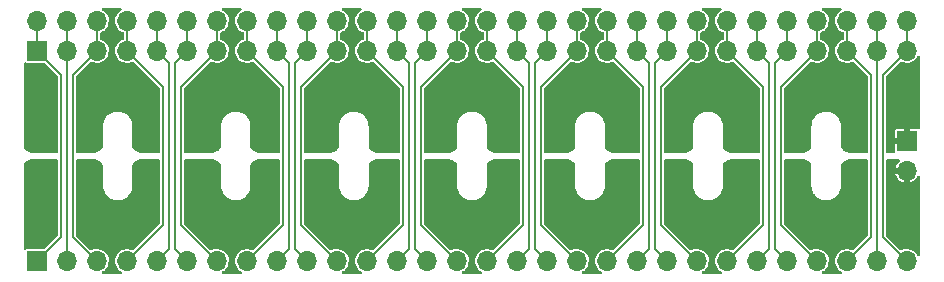
<source format=gbr>
%TF.GenerationSoftware,KiCad,Pcbnew,6.0.7+dfsg-1~bpo11+1*%
%TF.CreationDate,2022-10-18T02:59:46+00:00*%
%TF.ProjectId,0204-OUTLETS,30323034-2d4f-4555-944c-4554532e6b69,V1.0*%
%TF.SameCoordinates,Original*%
%TF.FileFunction,Copper,L2,Bot*%
%TF.FilePolarity,Positive*%
%FSLAX46Y46*%
G04 Gerber Fmt 4.6, Leading zero omitted, Abs format (unit mm)*
G04 Created by KiCad (PCBNEW 6.0.7+dfsg-1~bpo11+1) date 2022-10-18 02:59:46*
%MOMM*%
%LPD*%
G01*
G04 APERTURE LIST*
%TA.AperFunction,ComponentPad*%
%ADD10R,1.700000X1.700000*%
%TD*%
%TA.AperFunction,ComponentPad*%
%ADD11O,1.700000X1.700000*%
%TD*%
%TA.AperFunction,ViaPad*%
%ADD12C,0.500000*%
%TD*%
%TA.AperFunction,Conductor*%
%ADD13C,0.200000*%
%TD*%
G04 APERTURE END LIST*
D10*
%TO.P,J1,1,Pin_1*%
%TO.N,/L01*%
X2060000Y1270000D03*
D11*
%TO.P,J1,2,Pin_2*%
%TO.N,/L02*%
X4600000Y1270000D03*
%TO.P,J1,3,Pin_3*%
%TO.N,/L03*%
X7140000Y1270000D03*
%TO.P,J1,4,Pin_4*%
%TO.N,/L04*%
X9680000Y1270000D03*
%TO.P,J1,5,Pin_5*%
%TO.N,/L05*%
X12220000Y1270000D03*
%TO.P,J1,6,Pin_6*%
%TO.N,/L06*%
X14760000Y1270000D03*
%TO.P,J1,7,Pin_7*%
%TO.N,/L07*%
X17300000Y1270000D03*
%TO.P,J1,8,Pin_8*%
%TO.N,/L08*%
X19840000Y1270000D03*
%TO.P,J1,9,Pin_9*%
%TO.N,/L09*%
X22380000Y1270000D03*
%TO.P,J1,10,Pin_10*%
%TO.N,/L10*%
X24920000Y1270000D03*
%TO.P,J1,11,Pin_11*%
%TO.N,/L11*%
X27460000Y1270000D03*
%TO.P,J1,12,Pin_12*%
%TO.N,/L12*%
X30000000Y1270000D03*
%TO.P,J1,13,Pin_13*%
%TO.N,/L13*%
X32540000Y1270000D03*
%TO.P,J1,14,Pin_14*%
%TO.N,/L14*%
X35080000Y1270000D03*
%TO.P,J1,15,Pin_15*%
%TO.N,/L15*%
X37620000Y1270000D03*
%TO.P,J1,16,Pin_16*%
%TO.N,/L16*%
X40160000Y1270000D03*
%TO.P,J1,17,Pin_17*%
%TO.N,/L17*%
X42700000Y1270000D03*
%TO.P,J1,18,Pin_18*%
%TO.N,/L18*%
X45240000Y1270000D03*
%TO.P,J1,19,Pin_19*%
%TO.N,/L19*%
X47780000Y1270000D03*
%TO.P,J1,20,Pin_20*%
%TO.N,/L20*%
X50320000Y1270000D03*
%TO.P,J1,21,Pin_21*%
%TO.N,/L21*%
X52860000Y1270000D03*
%TO.P,J1,22,Pin_22*%
%TO.N,/L22*%
X55400000Y1270000D03*
%TO.P,J1,23,Pin_23*%
%TO.N,/L23*%
X57940000Y1270000D03*
%TO.P,J1,24,Pin_24*%
%TO.N,/L24*%
X60480000Y1270000D03*
%TO.P,J1,25,Pin_25*%
%TO.N,/L25*%
X63020000Y1270000D03*
%TO.P,J1,26,Pin_26*%
%TO.N,/L26*%
X65560000Y1270000D03*
%TO.P,J1,27,Pin_27*%
%TO.N,/L27*%
X68100000Y1270000D03*
%TO.P,J1,28,Pin_28*%
%TO.N,/L28*%
X70640000Y1270000D03*
%TO.P,J1,29,Pin_29*%
%TO.N,/L29*%
X73180000Y1270000D03*
%TO.P,J1,30,Pin_30*%
%TO.N,/L30*%
X75720000Y1270000D03*
%TD*%
D10*
%TO.P,J3,1,Pin_1*%
%TO.N,VCC*%
X75720000Y11435000D03*
D11*
%TO.P,J3,2,Pin_2*%
%TO.N,GND*%
X75720000Y8895000D03*
%TD*%
D10*
%TO.P,J2,1,Pin_1*%
%TO.N,/L01*%
X2060000Y19050000D03*
D11*
%TO.P,J2,2,Pin_2*%
X2060000Y21590000D03*
%TO.P,J2,3,Pin_3*%
%TO.N,/L02*%
X4600000Y19050000D03*
%TO.P,J2,4,Pin_4*%
X4600000Y21590000D03*
%TO.P,J2,5,Pin_5*%
%TO.N,/L03*%
X7140000Y19050000D03*
%TO.P,J2,6,Pin_6*%
X7140000Y21590000D03*
%TO.P,J2,7,Pin_7*%
%TO.N,/L04*%
X9680000Y19050000D03*
%TO.P,J2,8,Pin_8*%
X9680000Y21590000D03*
%TO.P,J2,9,Pin_9*%
%TO.N,/L05*%
X12220000Y19050000D03*
%TO.P,J2,10,Pin_10*%
X12220000Y21590000D03*
%TO.P,J2,11,Pin_11*%
%TO.N,/L06*%
X14760000Y19050000D03*
%TO.P,J2,12,Pin_12*%
X14760000Y21590000D03*
%TO.P,J2,13,Pin_13*%
%TO.N,/L07*%
X17300000Y19050000D03*
%TO.P,J2,14,Pin_14*%
X17300000Y21590000D03*
%TO.P,J2,15,Pin_15*%
%TO.N,/L08*%
X19840000Y19050000D03*
%TO.P,J2,16,Pin_16*%
X19840000Y21590000D03*
%TO.P,J2,17,Pin_17*%
%TO.N,/L09*%
X22380000Y19050000D03*
%TO.P,J2,18,Pin_18*%
X22380000Y21590000D03*
%TO.P,J2,19,Pin_19*%
%TO.N,/L10*%
X24920000Y19050000D03*
%TO.P,J2,20,Pin_20*%
X24920000Y21590000D03*
%TO.P,J2,21,Pin_21*%
%TO.N,/L11*%
X27460000Y19050000D03*
%TO.P,J2,22,Pin_22*%
X27460000Y21590000D03*
%TO.P,J2,23,Pin_23*%
%TO.N,/L12*%
X30000000Y19050000D03*
%TO.P,J2,24,Pin_24*%
X30000000Y21590000D03*
%TO.P,J2,25,Pin_25*%
%TO.N,/L13*%
X32540000Y19050000D03*
%TO.P,J2,26,Pin_26*%
X32540000Y21590000D03*
%TO.P,J2,27,Pin_27*%
%TO.N,/L14*%
X35080000Y19050000D03*
%TO.P,J2,28,Pin_28*%
X35080000Y21590000D03*
%TO.P,J2,29,Pin_29*%
%TO.N,/L15*%
X37620000Y19050000D03*
%TO.P,J2,30,Pin_30*%
X37620000Y21590000D03*
%TO.P,J2,31,Pin_31*%
%TO.N,/L16*%
X40160000Y19050000D03*
%TO.P,J2,32,Pin_32*%
X40160000Y21590000D03*
%TO.P,J2,33,Pin_33*%
%TO.N,/L17*%
X42700000Y19050000D03*
%TO.P,J2,34,Pin_34*%
X42700000Y21590000D03*
%TO.P,J2,35,Pin_35*%
%TO.N,/L18*%
X45240000Y19050000D03*
%TO.P,J2,36,Pin_36*%
X45240000Y21590000D03*
%TO.P,J2,37,Pin_37*%
%TO.N,/L19*%
X47780000Y19050000D03*
%TO.P,J2,38,Pin_38*%
X47780000Y21590000D03*
%TO.P,J2,39,Pin_39*%
%TO.N,/L20*%
X50320000Y19050000D03*
%TO.P,J2,40,Pin_40*%
X50320000Y21590000D03*
%TO.P,J2,41,Pin_41*%
%TO.N,/L21*%
X52860000Y19050000D03*
%TO.P,J2,42,Pin_42*%
X52860000Y21590000D03*
%TO.P,J2,43,Pin_43*%
%TO.N,/L22*%
X55400000Y19050000D03*
%TO.P,J2,44,Pin_44*%
X55400000Y21590000D03*
%TO.P,J2,45,Pin_45*%
%TO.N,/L23*%
X57940000Y19050000D03*
%TO.P,J2,46,Pin_46*%
X57940000Y21590000D03*
%TO.P,J2,47,Pin_47*%
%TO.N,/L24*%
X60480000Y19050000D03*
%TO.P,J2,48,Pin_48*%
X60480000Y21590000D03*
%TO.P,J2,49,Pin_49*%
%TO.N,/L25*%
X63020000Y19050000D03*
%TO.P,J2,50,Pin_50*%
X63020000Y21590000D03*
%TO.P,J2,51,Pin_51*%
%TO.N,/L26*%
X65560000Y19050000D03*
%TO.P,J2,52,Pin_52*%
X65560000Y21590000D03*
%TO.P,J2,53,Pin_53*%
%TO.N,/L27*%
X68100000Y19050000D03*
%TO.P,J2,54,Pin_54*%
X68100000Y21590000D03*
%TO.P,J2,55,Pin_55*%
%TO.N,/L28*%
X70640000Y19050000D03*
%TO.P,J2,56,Pin_56*%
X70640000Y21590000D03*
%TO.P,J2,57,Pin_57*%
%TO.N,/L29*%
X73180000Y19050000D03*
%TO.P,J2,58,Pin_58*%
X73180000Y21590000D03*
%TO.P,J2,59,Pin_59*%
%TO.N,/L30*%
X75720000Y19050000D03*
%TO.P,J2,60,Pin_60*%
X75720000Y21590000D03*
%TD*%
D12*
%TO.N,VCC*%
X26190000Y15240000D03*
X66830000Y15240000D03*
X5870000Y15240000D03*
X60734000Y11176000D03*
X65814000Y11176000D03*
X47018000Y11176000D03*
X22126000Y11176000D03*
X3330000Y11176000D03*
X71910000Y15240000D03*
X69370000Y15240000D03*
X1552000Y11176000D03*
X30762000Y11176000D03*
X25174000Y11176000D03*
X41430000Y15240000D03*
X7140000Y11176000D03*
X55654000Y11176000D03*
X52606000Y11176000D03*
X46510000Y15240000D03*
X49050000Y15240000D03*
X56670000Y15240000D03*
X74450000Y15240000D03*
X59210000Y15240000D03*
X26952000Y11176000D03*
X40668000Y11176000D03*
X28730000Y15240000D03*
X11966000Y11176000D03*
X17046000Y11176000D03*
X37112000Y11176000D03*
X38890000Y15240000D03*
X45494000Y11176000D03*
X61750000Y15240000D03*
X36350000Y15240000D03*
X71910000Y12700000D03*
X10696000Y11176000D03*
X18570000Y15240000D03*
X50828000Y11176000D03*
X15014000Y11176000D03*
X16030000Y15240000D03*
X21110000Y15240000D03*
X5870000Y11176000D03*
X32286000Y11176000D03*
X3330000Y15240000D03*
X8410000Y15240000D03*
X67084000Y11176000D03*
X10950000Y15240000D03*
X62766000Y11176000D03*
X35334000Y11176000D03*
X56924000Y11176000D03*
X20856000Y11176000D03*
X51590000Y15240000D03*
X31270000Y15240000D03*
X42446000Y11176000D03*
%TO.N,GND*%
X66830000Y5080000D03*
X61750000Y5080000D03*
X41430000Y5080000D03*
X30762000Y9144000D03*
X26190000Y5080000D03*
X10696000Y9144000D03*
X59210000Y5080000D03*
X37112000Y9144000D03*
X20856000Y9144000D03*
X8410000Y5080000D03*
X25174000Y9144000D03*
X38890000Y5080000D03*
X3330000Y9144000D03*
X28730000Y5080000D03*
X3330000Y5080000D03*
X40668000Y9144000D03*
X45494000Y9144000D03*
X52606000Y9144000D03*
X49050000Y5080000D03*
X56924000Y9144000D03*
X31270000Y5080000D03*
X62766000Y9144000D03*
X5870000Y9144000D03*
X11966000Y9144000D03*
X71910000Y7620000D03*
X46510000Y5080000D03*
X1552000Y9144000D03*
X10950000Y5080000D03*
X67084000Y9144000D03*
X65814000Y9144000D03*
X22126000Y9144000D03*
X7140000Y9144000D03*
X26952000Y9144000D03*
X51590000Y5080000D03*
X60734000Y9144000D03*
X36350000Y5080000D03*
X5870000Y5080000D03*
X18570000Y5080000D03*
X50828000Y9144000D03*
X42446000Y9144000D03*
X69370000Y5080000D03*
X21110000Y5080000D03*
X56670000Y5080000D03*
X17046000Y9144000D03*
X74450000Y5080000D03*
X16030000Y5080000D03*
X47018000Y9144000D03*
X71910000Y5080000D03*
X32286000Y9144000D03*
X35334000Y9144000D03*
X55654000Y9144000D03*
X15014000Y9144000D03*
%TD*%
D13*
%TO.N,/L01*%
X4092000Y3302000D02*
X2060000Y1270000D01*
X4092000Y17018000D02*
X4092000Y3302000D01*
X2060000Y19050000D02*
X4092000Y17018000D01*
X2060000Y21590000D02*
X2060000Y19050000D01*
%TO.N,/L02*%
X4600000Y21590000D02*
X4600000Y1270000D01*
%TO.N,/L03*%
X7140000Y19050000D02*
X5108000Y17018000D01*
X7140000Y21590000D02*
X7140000Y19050000D01*
X5108000Y17018000D02*
X5108000Y3302000D01*
X5108000Y3302000D02*
X7140000Y1270000D01*
%TO.N,/L04*%
X9680000Y19050000D02*
X12728000Y16002000D01*
X12728000Y4318000D02*
X9680000Y1270000D01*
X12728000Y16002000D02*
X12728000Y4318000D01*
X9680000Y21590000D02*
X9680000Y19050000D01*
%TO.N,/L05*%
X13236000Y18034000D02*
X13236000Y2286000D01*
X13236000Y2286000D02*
X12220000Y1270000D01*
X12220000Y19050000D02*
X13236000Y18034000D01*
X12220000Y21590000D02*
X12220000Y19050000D01*
%TO.N,/L06*%
X13744000Y2286000D02*
X14760000Y1270000D01*
X14760000Y19050000D02*
X13744000Y18034000D01*
X14760000Y21590000D02*
X14760000Y19050000D01*
X13744000Y18034000D02*
X13744000Y2286000D01*
%TO.N,/L07*%
X14252000Y16002000D02*
X14252000Y4318000D01*
X17300000Y19050000D02*
X14252000Y16002000D01*
X17300000Y21590000D02*
X17300000Y19050000D01*
X14252000Y4318000D02*
X17300000Y1270000D01*
%TO.N,/L08*%
X19840000Y21590000D02*
X19840000Y19050000D01*
X19840000Y19050000D02*
X22888000Y16002000D01*
X22888000Y16002000D02*
X22888000Y4318000D01*
X22888000Y4318000D02*
X19840000Y1270000D01*
%TO.N,/L30*%
X73688000Y17018000D02*
X73688000Y3302000D01*
X75720000Y19050000D02*
X73688000Y17018000D01*
X75720000Y21590000D02*
X75720000Y19050000D01*
X73688000Y3302000D02*
X75720000Y1270000D01*
%TO.N,/L29*%
X73180000Y21590000D02*
X73180000Y1270000D01*
%TO.N,/L28*%
X72672000Y3302000D02*
X70640000Y1270000D01*
X70640000Y21590000D02*
X70640000Y19050000D01*
X72672000Y17018000D02*
X72672000Y3302000D01*
X70640000Y19050000D02*
X72672000Y17018000D01*
%TO.N,/L27*%
X65052000Y4318000D02*
X68100000Y1270000D01*
X68100000Y21590000D02*
X68100000Y19050000D01*
X65052000Y16002000D02*
X65052000Y4318000D01*
X68100000Y19050000D02*
X65052000Y16002000D01*
%TO.N,/L26*%
X64544000Y18034000D02*
X64544000Y2286000D01*
X65560000Y19050000D02*
X64544000Y18034000D01*
X64544000Y2286000D02*
X65560000Y1270000D01*
X65560000Y21590000D02*
X65560000Y19050000D01*
%TO.N,/L25*%
X64036000Y2286000D02*
X63020000Y1270000D01*
X63020000Y19050000D02*
X64036000Y18034000D01*
X63020000Y21590000D02*
X63020000Y19050000D01*
X64036000Y18034000D02*
X64036000Y2286000D01*
%TO.N,/L24*%
X60480000Y19050000D02*
X63528000Y16002000D01*
X63528000Y4318000D02*
X60480000Y1270000D01*
X63528000Y16002000D02*
X63528000Y4318000D01*
X60480000Y21590000D02*
X60480000Y19050000D01*
%TO.N,/L23*%
X57940000Y19050000D02*
X54892000Y16002000D01*
X54892000Y4318000D02*
X57940000Y1270000D01*
X54892000Y16002000D02*
X54892000Y4318000D01*
X57940000Y21590000D02*
X57940000Y19050000D01*
%TO.N,/L22*%
X55400000Y19050000D02*
X54384000Y18034000D01*
X54384000Y2286000D02*
X55400000Y1270000D01*
X55400000Y21590000D02*
X55400000Y19050000D01*
X54384000Y18034000D02*
X54384000Y2286000D01*
%TO.N,/L21*%
X53876000Y18034000D02*
X53876000Y2286000D01*
X52860000Y21590000D02*
X52860000Y19050000D01*
X53876000Y2286000D02*
X52860000Y1270000D01*
X52860000Y19050000D02*
X53876000Y18034000D01*
%TO.N,/L20*%
X53368000Y16002000D02*
X53368000Y4318000D01*
X50320000Y21590000D02*
X50320000Y19050000D01*
X50320000Y19050000D02*
X53368000Y16002000D01*
X53368000Y4318000D02*
X50320000Y1270000D01*
%TO.N,/L19*%
X47780000Y21590000D02*
X47780000Y19050000D01*
X44732000Y4318000D02*
X47780000Y1270000D01*
X47780000Y19050000D02*
X44732000Y16002000D01*
X44732000Y16002000D02*
X44732000Y4318000D01*
%TO.N,/L18*%
X45240000Y19050000D02*
X44224000Y18034000D01*
X44224000Y18034000D02*
X44224000Y2286000D01*
X45240000Y21590000D02*
X45240000Y19050000D01*
X44224000Y2286000D02*
X45240000Y1270000D01*
%TO.N,/L17*%
X42700000Y21590000D02*
X42700000Y19050000D01*
X43716000Y18034000D02*
X43716000Y2286000D01*
X43716000Y2286000D02*
X42700000Y1270000D01*
X42700000Y19050000D02*
X43716000Y18034000D01*
%TO.N,/L16*%
X40160000Y19050000D02*
X43208000Y16002000D01*
X43208000Y4318000D02*
X40160000Y1270000D01*
X40160000Y21590000D02*
X40160000Y19050000D01*
X43208000Y16002000D02*
X43208000Y4318000D01*
%TO.N,/L15*%
X37620000Y19050000D02*
X34572000Y16002000D01*
X34572000Y16002000D02*
X34572000Y4318000D01*
X34572000Y4318000D02*
X37620000Y1270000D01*
X37620000Y21590000D02*
X37620000Y19050000D01*
%TO.N,/L14*%
X34064000Y18034000D02*
X34064000Y2286000D01*
X35080000Y21590000D02*
X35080000Y19050000D01*
X35080000Y19050000D02*
X34064000Y18034000D01*
X34064000Y2286000D02*
X35080000Y1270000D01*
%TO.N,/L13*%
X33556000Y18034000D02*
X33556000Y2286000D01*
X32540000Y19050000D02*
X33556000Y18034000D01*
X32540000Y21590000D02*
X32540000Y19050000D01*
X33556000Y2286000D02*
X32540000Y1270000D01*
%TO.N,/L12*%
X30000000Y19050000D02*
X33048000Y16002000D01*
X30000000Y21590000D02*
X30000000Y19050000D01*
X33048000Y16002000D02*
X33048000Y4318000D01*
X33048000Y4318000D02*
X30000000Y1270000D01*
%TO.N,/L11*%
X24412000Y4318000D02*
X27460000Y1270000D01*
X24412000Y16002000D02*
X24412000Y4318000D01*
X27460000Y19050000D02*
X24412000Y16002000D01*
X27460000Y21590000D02*
X27460000Y19050000D01*
%TO.N,/L10*%
X23904000Y2286000D02*
X24920000Y1270000D01*
X24920000Y21590000D02*
X24920000Y19050000D01*
X23904000Y18034000D02*
X23904000Y2286000D01*
X24920000Y19050000D02*
X23904000Y18034000D01*
%TO.N,/L09*%
X23396000Y18034000D02*
X23396000Y2286000D01*
X23396000Y2286000D02*
X22380000Y1270000D01*
X22380000Y19050000D02*
X23396000Y18034000D01*
X22380000Y21590000D02*
X22380000Y19050000D01*
%TD*%
%TA.AperFunction,Conductor*%
%TO.N,VCC*%
G36*
X76790695Y18617741D02*
G01*
X76832280Y18560198D01*
X76839500Y18518157D01*
X76839500Y12521059D01*
X76819498Y12452938D01*
X76765842Y12406445D01*
X76695568Y12396341D01*
X76643500Y12416293D01*
X76638846Y12419403D01*
X76616358Y12428718D01*
X76590842Y12433793D01*
X76578588Y12435000D01*
X75992115Y12435000D01*
X75976876Y12430525D01*
X75975671Y12429135D01*
X75974000Y12421452D01*
X75974000Y11307000D01*
X75953998Y11238879D01*
X75900342Y11192386D01*
X75848000Y11181000D01*
X74738116Y11181000D01*
X74722877Y11176525D01*
X74721672Y11175135D01*
X74720001Y11167452D01*
X74720001Y10576414D01*
X74721815Y10557998D01*
X74720525Y10557871D01*
X74714794Y10493862D01*
X74671237Y10437797D01*
X74597545Y10414000D01*
X74064500Y10414000D01*
X73996379Y10434002D01*
X73949886Y10487658D01*
X73938500Y10540000D01*
X73938500Y11707115D01*
X74720000Y11707115D01*
X74724475Y11691876D01*
X74725865Y11690671D01*
X74733548Y11689000D01*
X75447885Y11689000D01*
X75463124Y11693475D01*
X75464329Y11694865D01*
X75466000Y11702548D01*
X75466000Y12416884D01*
X75461525Y12432123D01*
X75460135Y12433328D01*
X75452452Y12434999D01*
X74861414Y12434999D01*
X74849154Y12433791D01*
X74823648Y12428718D01*
X74801152Y12419401D01*
X74772172Y12400037D01*
X74754963Y12382828D01*
X74735596Y12353844D01*
X74726282Y12331358D01*
X74721207Y12305842D01*
X74720000Y12293588D01*
X74720000Y11707115D01*
X73938500Y11707115D01*
X73938500Y16862050D01*
X73958502Y16930171D01*
X73975405Y16951145D01*
X75144600Y18120340D01*
X75206912Y18154366D01*
X75277727Y18149301D01*
X75295158Y18141237D01*
X75317513Y18128743D01*
X75504118Y18068111D01*
X75698946Y18044879D01*
X75705081Y18045351D01*
X75705083Y18045351D01*
X75888434Y18059459D01*
X75888438Y18059460D01*
X75894576Y18059932D01*
X76083556Y18112697D01*
X76258689Y18201163D01*
X76279362Y18217314D01*
X76408453Y18318171D01*
X76413303Y18321960D01*
X76443084Y18356461D01*
X76537485Y18465827D01*
X76537485Y18465828D01*
X76541509Y18470489D01*
X76564459Y18510887D01*
X76603944Y18580394D01*
X76654983Y18629745D01*
X76724601Y18643667D01*
X76790695Y18617741D01*
G37*
%TD.AperFunction*%
%TA.AperFunction,Conductor*%
G36*
X19376928Y22689498D02*
G01*
X19423421Y22635842D01*
X19433525Y22565568D01*
X19404031Y22500988D01*
X19367182Y22471838D01*
X19294972Y22434088D01*
X19294968Y22434085D01*
X19289512Y22431233D01*
X19284712Y22427373D01*
X19284711Y22427373D01*
X19271361Y22416639D01*
X19136600Y22308289D01*
X19010480Y22157984D01*
X19007516Y22152592D01*
X19007513Y22152588D01*
X18990200Y22121095D01*
X18915956Y21986046D01*
X18856628Y21799022D01*
X18834757Y21604037D01*
X18851175Y21408517D01*
X18905258Y21219909D01*
X18908076Y21214426D01*
X18992123Y21050887D01*
X18992126Y21050883D01*
X18994944Y21045399D01*
X19116818Y20891631D01*
X19266238Y20764465D01*
X19271616Y20761459D01*
X19271618Y20761458D01*
X19307932Y20741163D01*
X19437513Y20668743D01*
X19502438Y20647647D01*
X19561042Y20607574D01*
X19588679Y20542178D01*
X19589500Y20527815D01*
X19589500Y20113511D01*
X19569498Y20045390D01*
X19515842Y19998897D01*
X19499087Y19992642D01*
X19463393Y19982136D01*
X19379818Y19938444D01*
X19294972Y19894088D01*
X19294968Y19894085D01*
X19289512Y19891233D01*
X19284712Y19887373D01*
X19284711Y19887373D01*
X19250326Y19859727D01*
X19136600Y19768289D01*
X19010480Y19617984D01*
X19007516Y19612592D01*
X19007513Y19612588D01*
X18990200Y19581095D01*
X18915956Y19446046D01*
X18856628Y19259022D01*
X18834757Y19064037D01*
X18851175Y18868517D01*
X18905258Y18679909D01*
X18908076Y18674426D01*
X18992123Y18510887D01*
X18992126Y18510883D01*
X18994944Y18505399D01*
X19116818Y18351631D01*
X19266238Y18224465D01*
X19271616Y18221459D01*
X19271618Y18221458D01*
X19307932Y18201163D01*
X19437513Y18128743D01*
X19624118Y18068111D01*
X19818946Y18044879D01*
X19825081Y18045351D01*
X19825083Y18045351D01*
X20008434Y18059459D01*
X20008438Y18059460D01*
X20014576Y18059932D01*
X20203556Y18112697D01*
X20267970Y18145235D01*
X20337792Y18158095D01*
X20403483Y18131166D01*
X20413876Y18121864D01*
X22600595Y15935145D01*
X22634621Y15872833D01*
X22637500Y15846050D01*
X22637500Y10540000D01*
X22617498Y10471879D01*
X22563842Y10425386D01*
X22511500Y10414000D01*
X20996187Y10414000D01*
X20983837Y10414607D01*
X20807260Y10431999D01*
X20783043Y10436815D01*
X20619190Y10486518D01*
X20596371Y10495971D01*
X20513998Y10540000D01*
X20445369Y10576683D01*
X20424842Y10590399D01*
X20292479Y10699026D01*
X20275020Y10716486D01*
X20169101Y10845549D01*
X20141347Y10910896D01*
X20140500Y10925482D01*
X20140500Y12623598D01*
X20141516Y12631315D01*
X20141516Y12643977D01*
X20145809Y12660000D01*
X20144328Y12665527D01*
X20136684Y12757772D01*
X20128103Y12861335D01*
X20128102Y12861340D01*
X20127672Y12866531D01*
X20076798Y13067428D01*
X19993551Y13257212D01*
X19880202Y13430706D01*
X19876677Y13434535D01*
X19876674Y13434539D01*
X19743375Y13579339D01*
X19739843Y13583176D01*
X19576303Y13710465D01*
X19394042Y13809100D01*
X19198032Y13876390D01*
X19192898Y13877247D01*
X19192893Y13877248D01*
X18998756Y13909643D01*
X18998754Y13909643D01*
X18993619Y13910500D01*
X18786381Y13910500D01*
X18781246Y13909643D01*
X18781244Y13909643D01*
X18587107Y13877248D01*
X18587102Y13877247D01*
X18581968Y13876390D01*
X18385958Y13809100D01*
X18203697Y13710465D01*
X18040157Y13583176D01*
X18036625Y13579339D01*
X17903326Y13434539D01*
X17903323Y13434535D01*
X17899798Y13430706D01*
X17786449Y13257212D01*
X17703202Y13067428D01*
X17652328Y12866531D01*
X17651898Y12861340D01*
X17651897Y12861335D01*
X17644678Y12774211D01*
X17635672Y12665527D01*
X17634191Y12660000D01*
X17638484Y12643977D01*
X17638484Y12631315D01*
X17639500Y12623598D01*
X17639500Y10925482D01*
X17619498Y10857361D01*
X17610899Y10845549D01*
X17504980Y10716486D01*
X17487521Y10699026D01*
X17355158Y10590399D01*
X17334631Y10576683D01*
X17266002Y10540000D01*
X17183629Y10495971D01*
X17160810Y10486518D01*
X16996957Y10436815D01*
X16972740Y10431999D01*
X16796163Y10414607D01*
X16783813Y10414000D01*
X14628500Y10414000D01*
X14560379Y10434002D01*
X14513886Y10487658D01*
X14502500Y10540000D01*
X14502500Y15846050D01*
X14522502Y15914171D01*
X14539405Y15935145D01*
X16724600Y18120340D01*
X16786912Y18154366D01*
X16857727Y18149301D01*
X16875158Y18141237D01*
X16897513Y18128743D01*
X17084118Y18068111D01*
X17278946Y18044879D01*
X17285081Y18045351D01*
X17285083Y18045351D01*
X17468434Y18059459D01*
X17468438Y18059460D01*
X17474576Y18059932D01*
X17663556Y18112697D01*
X17838689Y18201163D01*
X17859362Y18217314D01*
X17988453Y18318171D01*
X17993303Y18321960D01*
X18023084Y18356461D01*
X18117485Y18465827D01*
X18117485Y18465828D01*
X18121509Y18470489D01*
X18218425Y18641091D01*
X18280358Y18827268D01*
X18304949Y19021929D01*
X18305341Y19050000D01*
X18286194Y19245272D01*
X18284413Y19251171D01*
X18284412Y19251176D01*
X18231265Y19427207D01*
X18229484Y19433106D01*
X18137370Y19606347D01*
X18013361Y19758398D01*
X17862180Y19883465D01*
X17689585Y19976787D01*
X17639241Y19992371D01*
X17580081Y20031622D01*
X17551534Y20096627D01*
X17550500Y20112736D01*
X17550500Y20525492D01*
X17570502Y20593613D01*
X17624158Y20640106D01*
X17642612Y20646849D01*
X17663556Y20652697D01*
X17838689Y20741163D01*
X17868515Y20764465D01*
X17988453Y20858171D01*
X17993303Y20861960D01*
X18023084Y20896461D01*
X18117485Y21005827D01*
X18117485Y21005828D01*
X18121509Y21010489D01*
X18218425Y21181091D01*
X18280358Y21367268D01*
X18304949Y21561929D01*
X18305341Y21590000D01*
X18286194Y21785272D01*
X18284413Y21791171D01*
X18284412Y21791176D01*
X18231265Y21967207D01*
X18229484Y21973106D01*
X18137370Y22146347D01*
X18013361Y22298398D01*
X17862180Y22423465D01*
X17825504Y22443296D01*
X17771189Y22472664D01*
X17720780Y22522659D01*
X17705403Y22591971D01*
X17729939Y22658593D01*
X17786599Y22701373D01*
X17831118Y22709500D01*
X19308807Y22709500D01*
X19376928Y22689498D01*
G37*
%TD.AperFunction*%
%TA.AperFunction,Conductor*%
G36*
X1136500Y18068107D02*
G01*
X1151278Y18058233D01*
X1195180Y18049500D01*
X2654050Y18049500D01*
X2722171Y18029498D01*
X2743145Y18012595D01*
X3804595Y16951145D01*
X3838621Y16888833D01*
X3841500Y16862050D01*
X3841500Y10540000D01*
X3821498Y10471879D01*
X3767842Y10425386D01*
X3715500Y10414000D01*
X1796187Y10414000D01*
X1783837Y10414607D01*
X1607260Y10431999D01*
X1583043Y10436815D01*
X1419190Y10486518D01*
X1396371Y10495971D01*
X1313998Y10540000D01*
X1245369Y10576683D01*
X1224842Y10590399D01*
X1092479Y10699026D01*
X1075020Y10716486D01*
X969101Y10845549D01*
X941347Y10910896D01*
X940500Y10925482D01*
X940500Y17963342D01*
X960502Y18031463D01*
X1014158Y18077956D01*
X1084432Y18088060D01*
X1136500Y18068107D01*
G37*
%TD.AperFunction*%
%TA.AperFunction,Conductor*%
G36*
X60016928Y22689498D02*
G01*
X60063421Y22635842D01*
X60073525Y22565568D01*
X60044031Y22500988D01*
X60007182Y22471838D01*
X59934972Y22434088D01*
X59934968Y22434085D01*
X59929512Y22431233D01*
X59924712Y22427373D01*
X59924711Y22427373D01*
X59911361Y22416639D01*
X59776600Y22308289D01*
X59650480Y22157984D01*
X59647516Y22152592D01*
X59647513Y22152588D01*
X59630200Y22121095D01*
X59555956Y21986046D01*
X59496628Y21799022D01*
X59474757Y21604037D01*
X59491175Y21408517D01*
X59545258Y21219909D01*
X59548076Y21214426D01*
X59632123Y21050887D01*
X59632126Y21050883D01*
X59634944Y21045399D01*
X59756818Y20891631D01*
X59906238Y20764465D01*
X59911616Y20761459D01*
X59911618Y20761458D01*
X59947932Y20741163D01*
X60077513Y20668743D01*
X60142438Y20647647D01*
X60201042Y20607574D01*
X60228679Y20542178D01*
X60229500Y20527815D01*
X60229500Y20113511D01*
X60209498Y20045390D01*
X60155842Y19998897D01*
X60139087Y19992642D01*
X60103393Y19982136D01*
X60019818Y19938444D01*
X59934972Y19894088D01*
X59934968Y19894085D01*
X59929512Y19891233D01*
X59924712Y19887373D01*
X59924711Y19887373D01*
X59890326Y19859727D01*
X59776600Y19768289D01*
X59650480Y19617984D01*
X59647516Y19612592D01*
X59647513Y19612588D01*
X59630200Y19581095D01*
X59555956Y19446046D01*
X59496628Y19259022D01*
X59474757Y19064037D01*
X59491175Y18868517D01*
X59545258Y18679909D01*
X59548076Y18674426D01*
X59632123Y18510887D01*
X59632126Y18510883D01*
X59634944Y18505399D01*
X59756818Y18351631D01*
X59906238Y18224465D01*
X59911616Y18221459D01*
X59911618Y18221458D01*
X59947932Y18201163D01*
X60077513Y18128743D01*
X60264118Y18068111D01*
X60458946Y18044879D01*
X60465081Y18045351D01*
X60465083Y18045351D01*
X60648434Y18059459D01*
X60648438Y18059460D01*
X60654576Y18059932D01*
X60843556Y18112697D01*
X60907970Y18145235D01*
X60977792Y18158095D01*
X61043483Y18131166D01*
X61053876Y18121864D01*
X63240595Y15935145D01*
X63274621Y15872833D01*
X63277500Y15846050D01*
X63277500Y10540000D01*
X63257498Y10471879D01*
X63203842Y10425386D01*
X63151500Y10414000D01*
X60996187Y10414000D01*
X60983837Y10414607D01*
X60807260Y10431999D01*
X60783043Y10436815D01*
X60619190Y10486518D01*
X60596371Y10495971D01*
X60513998Y10540000D01*
X60445369Y10576683D01*
X60424842Y10590399D01*
X60292479Y10699026D01*
X60275020Y10716486D01*
X60169101Y10845549D01*
X60141347Y10910896D01*
X60140500Y10925482D01*
X60140500Y12623598D01*
X60141516Y12631315D01*
X60141516Y12643977D01*
X60145809Y12660000D01*
X60144328Y12665527D01*
X60136684Y12757772D01*
X60128103Y12861335D01*
X60128102Y12861340D01*
X60127672Y12866531D01*
X60076798Y13067428D01*
X59993551Y13257212D01*
X59880202Y13430706D01*
X59876677Y13434535D01*
X59876674Y13434539D01*
X59743375Y13579339D01*
X59739843Y13583176D01*
X59576303Y13710465D01*
X59394042Y13809100D01*
X59198032Y13876390D01*
X59192898Y13877247D01*
X59192893Y13877248D01*
X58998756Y13909643D01*
X58998754Y13909643D01*
X58993619Y13910500D01*
X58786381Y13910500D01*
X58781246Y13909643D01*
X58781244Y13909643D01*
X58587107Y13877248D01*
X58587102Y13877247D01*
X58581968Y13876390D01*
X58385958Y13809100D01*
X58203697Y13710465D01*
X58040157Y13583176D01*
X58036625Y13579339D01*
X57903326Y13434539D01*
X57903323Y13434535D01*
X57899798Y13430706D01*
X57786449Y13257212D01*
X57703202Y13067428D01*
X57652328Y12866531D01*
X57651898Y12861340D01*
X57651897Y12861335D01*
X57644678Y12774211D01*
X57635672Y12665527D01*
X57634191Y12660000D01*
X57638484Y12643977D01*
X57638484Y12631315D01*
X57639500Y12623598D01*
X57639500Y10925482D01*
X57619498Y10857361D01*
X57610899Y10845549D01*
X57504980Y10716486D01*
X57487521Y10699026D01*
X57355158Y10590399D01*
X57334631Y10576683D01*
X57266002Y10540000D01*
X57183629Y10495971D01*
X57160810Y10486518D01*
X56996957Y10436815D01*
X56972740Y10431999D01*
X56796163Y10414607D01*
X56783813Y10414000D01*
X55268500Y10414000D01*
X55200379Y10434002D01*
X55153886Y10487658D01*
X55142500Y10540000D01*
X55142500Y15846050D01*
X55162502Y15914171D01*
X55179405Y15935145D01*
X57364600Y18120340D01*
X57426912Y18154366D01*
X57497727Y18149301D01*
X57515158Y18141237D01*
X57537513Y18128743D01*
X57724118Y18068111D01*
X57918946Y18044879D01*
X57925081Y18045351D01*
X57925083Y18045351D01*
X58108434Y18059459D01*
X58108438Y18059460D01*
X58114576Y18059932D01*
X58303556Y18112697D01*
X58478689Y18201163D01*
X58499362Y18217314D01*
X58628453Y18318171D01*
X58633303Y18321960D01*
X58663084Y18356461D01*
X58757485Y18465827D01*
X58757485Y18465828D01*
X58761509Y18470489D01*
X58858425Y18641091D01*
X58920358Y18827268D01*
X58944949Y19021929D01*
X58945341Y19050000D01*
X58926194Y19245272D01*
X58924413Y19251171D01*
X58924412Y19251176D01*
X58871265Y19427207D01*
X58869484Y19433106D01*
X58777370Y19606347D01*
X58653361Y19758398D01*
X58502180Y19883465D01*
X58329585Y19976787D01*
X58279241Y19992371D01*
X58220081Y20031622D01*
X58191534Y20096627D01*
X58190500Y20112736D01*
X58190500Y20525492D01*
X58210502Y20593613D01*
X58264158Y20640106D01*
X58282612Y20646849D01*
X58303556Y20652697D01*
X58478689Y20741163D01*
X58508515Y20764465D01*
X58628453Y20858171D01*
X58633303Y20861960D01*
X58663084Y20896461D01*
X58757485Y21005827D01*
X58757485Y21005828D01*
X58761509Y21010489D01*
X58858425Y21181091D01*
X58920358Y21367268D01*
X58944949Y21561929D01*
X58945341Y21590000D01*
X58926194Y21785272D01*
X58924413Y21791171D01*
X58924412Y21791176D01*
X58871265Y21967207D01*
X58869484Y21973106D01*
X58777370Y22146347D01*
X58653361Y22298398D01*
X58502180Y22423465D01*
X58465504Y22443296D01*
X58411189Y22472664D01*
X58360780Y22522659D01*
X58345403Y22591971D01*
X58369939Y22658593D01*
X58426599Y22701373D01*
X58471118Y22709500D01*
X59948807Y22709500D01*
X60016928Y22689498D01*
G37*
%TD.AperFunction*%
%TA.AperFunction,Conductor*%
G36*
X39696928Y22689498D02*
G01*
X39743421Y22635842D01*
X39753525Y22565568D01*
X39724031Y22500988D01*
X39687182Y22471838D01*
X39614972Y22434088D01*
X39614968Y22434085D01*
X39609512Y22431233D01*
X39604712Y22427373D01*
X39604711Y22427373D01*
X39591361Y22416639D01*
X39456600Y22308289D01*
X39330480Y22157984D01*
X39327516Y22152592D01*
X39327513Y22152588D01*
X39310200Y22121095D01*
X39235956Y21986046D01*
X39176628Y21799022D01*
X39154757Y21604037D01*
X39171175Y21408517D01*
X39225258Y21219909D01*
X39228076Y21214426D01*
X39312123Y21050887D01*
X39312126Y21050883D01*
X39314944Y21045399D01*
X39436818Y20891631D01*
X39586238Y20764465D01*
X39591616Y20761459D01*
X39591618Y20761458D01*
X39627932Y20741163D01*
X39757513Y20668743D01*
X39822438Y20647647D01*
X39881042Y20607574D01*
X39908679Y20542178D01*
X39909500Y20527815D01*
X39909500Y20113511D01*
X39889498Y20045390D01*
X39835842Y19998897D01*
X39819087Y19992642D01*
X39783393Y19982136D01*
X39699818Y19938444D01*
X39614972Y19894088D01*
X39614968Y19894085D01*
X39609512Y19891233D01*
X39604712Y19887373D01*
X39604711Y19887373D01*
X39570326Y19859727D01*
X39456600Y19768289D01*
X39330480Y19617984D01*
X39327516Y19612592D01*
X39327513Y19612588D01*
X39310200Y19581095D01*
X39235956Y19446046D01*
X39176628Y19259022D01*
X39154757Y19064037D01*
X39171175Y18868517D01*
X39225258Y18679909D01*
X39228076Y18674426D01*
X39312123Y18510887D01*
X39312126Y18510883D01*
X39314944Y18505399D01*
X39436818Y18351631D01*
X39586238Y18224465D01*
X39591616Y18221459D01*
X39591618Y18221458D01*
X39627932Y18201163D01*
X39757513Y18128743D01*
X39944118Y18068111D01*
X40138946Y18044879D01*
X40145081Y18045351D01*
X40145083Y18045351D01*
X40328434Y18059459D01*
X40328438Y18059460D01*
X40334576Y18059932D01*
X40523556Y18112697D01*
X40587970Y18145235D01*
X40657792Y18158095D01*
X40723483Y18131166D01*
X40733876Y18121864D01*
X42920595Y15935145D01*
X42954621Y15872833D01*
X42957500Y15846050D01*
X42957500Y10540000D01*
X42937498Y10471879D01*
X42883842Y10425386D01*
X42831500Y10414000D01*
X40996187Y10414000D01*
X40983837Y10414607D01*
X40807260Y10431999D01*
X40783043Y10436815D01*
X40619190Y10486518D01*
X40596371Y10495971D01*
X40513998Y10540000D01*
X40445369Y10576683D01*
X40424842Y10590399D01*
X40292479Y10699026D01*
X40275020Y10716486D01*
X40169101Y10845549D01*
X40141347Y10910896D01*
X40140500Y10925482D01*
X40140500Y12623598D01*
X40141516Y12631315D01*
X40141516Y12643977D01*
X40145809Y12660000D01*
X40144328Y12665527D01*
X40136684Y12757772D01*
X40128103Y12861335D01*
X40128102Y12861340D01*
X40127672Y12866531D01*
X40076798Y13067428D01*
X39993551Y13257212D01*
X39880202Y13430706D01*
X39876677Y13434535D01*
X39876674Y13434539D01*
X39743375Y13579339D01*
X39739843Y13583176D01*
X39576303Y13710465D01*
X39394042Y13809100D01*
X39198032Y13876390D01*
X39192898Y13877247D01*
X39192893Y13877248D01*
X38998756Y13909643D01*
X38998754Y13909643D01*
X38993619Y13910500D01*
X38786381Y13910500D01*
X38781246Y13909643D01*
X38781244Y13909643D01*
X38587107Y13877248D01*
X38587102Y13877247D01*
X38581968Y13876390D01*
X38385958Y13809100D01*
X38203697Y13710465D01*
X38040157Y13583176D01*
X38036625Y13579339D01*
X37903326Y13434539D01*
X37903323Y13434535D01*
X37899798Y13430706D01*
X37786449Y13257212D01*
X37703202Y13067428D01*
X37652328Y12866531D01*
X37651898Y12861340D01*
X37651897Y12861335D01*
X37644678Y12774211D01*
X37635672Y12665527D01*
X37634191Y12660000D01*
X37638484Y12643977D01*
X37638484Y12631315D01*
X37639500Y12623598D01*
X37639500Y10925482D01*
X37619498Y10857361D01*
X37610899Y10845549D01*
X37504980Y10716486D01*
X37487521Y10699026D01*
X37355158Y10590399D01*
X37334631Y10576683D01*
X37266002Y10540000D01*
X37183629Y10495971D01*
X37160810Y10486518D01*
X36996957Y10436815D01*
X36972740Y10431999D01*
X36796163Y10414607D01*
X36783813Y10414000D01*
X34948500Y10414000D01*
X34880379Y10434002D01*
X34833886Y10487658D01*
X34822500Y10540000D01*
X34822500Y15846050D01*
X34842502Y15914171D01*
X34859405Y15935145D01*
X37044600Y18120340D01*
X37106912Y18154366D01*
X37177727Y18149301D01*
X37195158Y18141237D01*
X37217513Y18128743D01*
X37404118Y18068111D01*
X37598946Y18044879D01*
X37605081Y18045351D01*
X37605083Y18045351D01*
X37788434Y18059459D01*
X37788438Y18059460D01*
X37794576Y18059932D01*
X37983556Y18112697D01*
X38158689Y18201163D01*
X38179362Y18217314D01*
X38308453Y18318171D01*
X38313303Y18321960D01*
X38343084Y18356461D01*
X38437485Y18465827D01*
X38437485Y18465828D01*
X38441509Y18470489D01*
X38538425Y18641091D01*
X38600358Y18827268D01*
X38624949Y19021929D01*
X38625341Y19050000D01*
X38606194Y19245272D01*
X38604413Y19251171D01*
X38604412Y19251176D01*
X38551265Y19427207D01*
X38549484Y19433106D01*
X38457370Y19606347D01*
X38333361Y19758398D01*
X38182180Y19883465D01*
X38009585Y19976787D01*
X37959241Y19992371D01*
X37900081Y20031622D01*
X37871534Y20096627D01*
X37870500Y20112736D01*
X37870500Y20525492D01*
X37890502Y20593613D01*
X37944158Y20640106D01*
X37962612Y20646849D01*
X37983556Y20652697D01*
X38158689Y20741163D01*
X38188515Y20764465D01*
X38308453Y20858171D01*
X38313303Y20861960D01*
X38343084Y20896461D01*
X38437485Y21005827D01*
X38437485Y21005828D01*
X38441509Y21010489D01*
X38538425Y21181091D01*
X38600358Y21367268D01*
X38624949Y21561929D01*
X38625341Y21590000D01*
X38606194Y21785272D01*
X38604413Y21791171D01*
X38604412Y21791176D01*
X38551265Y21967207D01*
X38549484Y21973106D01*
X38457370Y22146347D01*
X38333361Y22298398D01*
X38182180Y22423465D01*
X38145504Y22443296D01*
X38091189Y22472664D01*
X38040780Y22522659D01*
X38025403Y22591971D01*
X38049939Y22658593D01*
X38106599Y22701373D01*
X38151118Y22709500D01*
X39628807Y22709500D01*
X39696928Y22689498D01*
G37*
%TD.AperFunction*%
%TA.AperFunction,Conductor*%
G36*
X29536928Y22689498D02*
G01*
X29583421Y22635842D01*
X29593525Y22565568D01*
X29564031Y22500988D01*
X29527182Y22471838D01*
X29454972Y22434088D01*
X29454968Y22434085D01*
X29449512Y22431233D01*
X29444712Y22427373D01*
X29444711Y22427373D01*
X29431361Y22416639D01*
X29296600Y22308289D01*
X29170480Y22157984D01*
X29167516Y22152592D01*
X29167513Y22152588D01*
X29150200Y22121095D01*
X29075956Y21986046D01*
X29016628Y21799022D01*
X28994757Y21604037D01*
X29011175Y21408517D01*
X29065258Y21219909D01*
X29068076Y21214426D01*
X29152123Y21050887D01*
X29152126Y21050883D01*
X29154944Y21045399D01*
X29276818Y20891631D01*
X29426238Y20764465D01*
X29431616Y20761459D01*
X29431618Y20761458D01*
X29467932Y20741163D01*
X29597513Y20668743D01*
X29662438Y20647647D01*
X29721042Y20607574D01*
X29748679Y20542178D01*
X29749500Y20527815D01*
X29749500Y20113511D01*
X29729498Y20045390D01*
X29675842Y19998897D01*
X29659087Y19992642D01*
X29623393Y19982136D01*
X29539818Y19938444D01*
X29454972Y19894088D01*
X29454968Y19894085D01*
X29449512Y19891233D01*
X29444712Y19887373D01*
X29444711Y19887373D01*
X29410326Y19859727D01*
X29296600Y19768289D01*
X29170480Y19617984D01*
X29167516Y19612592D01*
X29167513Y19612588D01*
X29150200Y19581095D01*
X29075956Y19446046D01*
X29016628Y19259022D01*
X28994757Y19064037D01*
X29011175Y18868517D01*
X29065258Y18679909D01*
X29068076Y18674426D01*
X29152123Y18510887D01*
X29152126Y18510883D01*
X29154944Y18505399D01*
X29276818Y18351631D01*
X29426238Y18224465D01*
X29431616Y18221459D01*
X29431618Y18221458D01*
X29467932Y18201163D01*
X29597513Y18128743D01*
X29784118Y18068111D01*
X29978946Y18044879D01*
X29985081Y18045351D01*
X29985083Y18045351D01*
X30168434Y18059459D01*
X30168438Y18059460D01*
X30174576Y18059932D01*
X30363556Y18112697D01*
X30427970Y18145235D01*
X30497792Y18158095D01*
X30563483Y18131166D01*
X30573876Y18121864D01*
X32760595Y15935145D01*
X32794621Y15872833D01*
X32797500Y15846050D01*
X32797500Y10540000D01*
X32777498Y10471879D01*
X32723842Y10425386D01*
X32671500Y10414000D01*
X30996187Y10414000D01*
X30983837Y10414607D01*
X30807260Y10431999D01*
X30783043Y10436815D01*
X30619190Y10486518D01*
X30596371Y10495971D01*
X30513998Y10540000D01*
X30445369Y10576683D01*
X30424842Y10590399D01*
X30292479Y10699026D01*
X30275020Y10716486D01*
X30169101Y10845549D01*
X30141347Y10910896D01*
X30140500Y10925482D01*
X30140500Y12623598D01*
X30141516Y12631315D01*
X30141516Y12643977D01*
X30145809Y12660000D01*
X30144328Y12665527D01*
X30136684Y12757772D01*
X30128103Y12861335D01*
X30128102Y12861340D01*
X30127672Y12866531D01*
X30076798Y13067428D01*
X29993551Y13257212D01*
X29880202Y13430706D01*
X29876677Y13434535D01*
X29876674Y13434539D01*
X29743375Y13579339D01*
X29739843Y13583176D01*
X29576303Y13710465D01*
X29394042Y13809100D01*
X29198032Y13876390D01*
X29192898Y13877247D01*
X29192893Y13877248D01*
X28998756Y13909643D01*
X28998754Y13909643D01*
X28993619Y13910500D01*
X28786381Y13910500D01*
X28781246Y13909643D01*
X28781244Y13909643D01*
X28587107Y13877248D01*
X28587102Y13877247D01*
X28581968Y13876390D01*
X28385958Y13809100D01*
X28203697Y13710465D01*
X28040157Y13583176D01*
X28036625Y13579339D01*
X27903326Y13434539D01*
X27903323Y13434535D01*
X27899798Y13430706D01*
X27786449Y13257212D01*
X27703202Y13067428D01*
X27652328Y12866531D01*
X27651898Y12861340D01*
X27651897Y12861335D01*
X27644678Y12774211D01*
X27635672Y12665527D01*
X27634191Y12660000D01*
X27638484Y12643977D01*
X27638484Y12631315D01*
X27639500Y12623598D01*
X27639500Y10925482D01*
X27619498Y10857361D01*
X27610899Y10845549D01*
X27504980Y10716486D01*
X27487521Y10699026D01*
X27355158Y10590399D01*
X27334631Y10576683D01*
X27266002Y10540000D01*
X27183629Y10495971D01*
X27160810Y10486518D01*
X26996957Y10436815D01*
X26972740Y10431999D01*
X26796163Y10414607D01*
X26783813Y10414000D01*
X24788500Y10414000D01*
X24720379Y10434002D01*
X24673886Y10487658D01*
X24662500Y10540000D01*
X24662500Y15846050D01*
X24682502Y15914171D01*
X24699405Y15935145D01*
X26884600Y18120340D01*
X26946912Y18154366D01*
X27017727Y18149301D01*
X27035158Y18141237D01*
X27057513Y18128743D01*
X27244118Y18068111D01*
X27438946Y18044879D01*
X27445081Y18045351D01*
X27445083Y18045351D01*
X27628434Y18059459D01*
X27628438Y18059460D01*
X27634576Y18059932D01*
X27823556Y18112697D01*
X27998689Y18201163D01*
X28019362Y18217314D01*
X28148453Y18318171D01*
X28153303Y18321960D01*
X28183084Y18356461D01*
X28277485Y18465827D01*
X28277485Y18465828D01*
X28281509Y18470489D01*
X28378425Y18641091D01*
X28440358Y18827268D01*
X28464949Y19021929D01*
X28465341Y19050000D01*
X28446194Y19245272D01*
X28444413Y19251171D01*
X28444412Y19251176D01*
X28391265Y19427207D01*
X28389484Y19433106D01*
X28297370Y19606347D01*
X28173361Y19758398D01*
X28022180Y19883465D01*
X27849585Y19976787D01*
X27799241Y19992371D01*
X27740081Y20031622D01*
X27711534Y20096627D01*
X27710500Y20112736D01*
X27710500Y20525492D01*
X27730502Y20593613D01*
X27784158Y20640106D01*
X27802612Y20646849D01*
X27823556Y20652697D01*
X27998689Y20741163D01*
X28028515Y20764465D01*
X28148453Y20858171D01*
X28153303Y20861960D01*
X28183084Y20896461D01*
X28277485Y21005827D01*
X28277485Y21005828D01*
X28281509Y21010489D01*
X28378425Y21181091D01*
X28440358Y21367268D01*
X28464949Y21561929D01*
X28465341Y21590000D01*
X28446194Y21785272D01*
X28444413Y21791171D01*
X28444412Y21791176D01*
X28391265Y21967207D01*
X28389484Y21973106D01*
X28297370Y22146347D01*
X28173361Y22298398D01*
X28022180Y22423465D01*
X27985504Y22443296D01*
X27931189Y22472664D01*
X27880780Y22522659D01*
X27865403Y22591971D01*
X27889939Y22658593D01*
X27946599Y22701373D01*
X27991118Y22709500D01*
X29468807Y22709500D01*
X29536928Y22689498D01*
G37*
%TD.AperFunction*%
%TA.AperFunction,Conductor*%
G36*
X49856928Y22689498D02*
G01*
X49903421Y22635842D01*
X49913525Y22565568D01*
X49884031Y22500988D01*
X49847182Y22471838D01*
X49774972Y22434088D01*
X49774968Y22434085D01*
X49769512Y22431233D01*
X49764712Y22427373D01*
X49764711Y22427373D01*
X49751361Y22416639D01*
X49616600Y22308289D01*
X49490480Y22157984D01*
X49487516Y22152592D01*
X49487513Y22152588D01*
X49470200Y22121095D01*
X49395956Y21986046D01*
X49336628Y21799022D01*
X49314757Y21604037D01*
X49331175Y21408517D01*
X49385258Y21219909D01*
X49388076Y21214426D01*
X49472123Y21050887D01*
X49472126Y21050883D01*
X49474944Y21045399D01*
X49596818Y20891631D01*
X49746238Y20764465D01*
X49751616Y20761459D01*
X49751618Y20761458D01*
X49787932Y20741163D01*
X49917513Y20668743D01*
X49982438Y20647647D01*
X50041042Y20607574D01*
X50068679Y20542178D01*
X50069500Y20527815D01*
X50069500Y20113511D01*
X50049498Y20045390D01*
X49995842Y19998897D01*
X49979087Y19992642D01*
X49943393Y19982136D01*
X49859818Y19938444D01*
X49774972Y19894088D01*
X49774968Y19894085D01*
X49769512Y19891233D01*
X49764712Y19887373D01*
X49764711Y19887373D01*
X49730326Y19859727D01*
X49616600Y19768289D01*
X49490480Y19617984D01*
X49487516Y19612592D01*
X49487513Y19612588D01*
X49470200Y19581095D01*
X49395956Y19446046D01*
X49336628Y19259022D01*
X49314757Y19064037D01*
X49331175Y18868517D01*
X49385258Y18679909D01*
X49388076Y18674426D01*
X49472123Y18510887D01*
X49472126Y18510883D01*
X49474944Y18505399D01*
X49596818Y18351631D01*
X49746238Y18224465D01*
X49751616Y18221459D01*
X49751618Y18221458D01*
X49787932Y18201163D01*
X49917513Y18128743D01*
X50104118Y18068111D01*
X50298946Y18044879D01*
X50305081Y18045351D01*
X50305083Y18045351D01*
X50488434Y18059459D01*
X50488438Y18059460D01*
X50494576Y18059932D01*
X50683556Y18112697D01*
X50747970Y18145235D01*
X50817792Y18158095D01*
X50883483Y18131166D01*
X50893876Y18121864D01*
X53080595Y15935145D01*
X53114621Y15872833D01*
X53117500Y15846050D01*
X53117500Y10540000D01*
X53097498Y10471879D01*
X53043842Y10425386D01*
X52991500Y10414000D01*
X50996187Y10414000D01*
X50983837Y10414607D01*
X50807260Y10431999D01*
X50783043Y10436815D01*
X50619190Y10486518D01*
X50596371Y10495971D01*
X50513998Y10540000D01*
X50445369Y10576683D01*
X50424842Y10590399D01*
X50292479Y10699026D01*
X50275020Y10716486D01*
X50169101Y10845549D01*
X50141347Y10910896D01*
X50140500Y10925482D01*
X50140500Y12623598D01*
X50141516Y12631315D01*
X50141516Y12643977D01*
X50145809Y12660000D01*
X50144328Y12665527D01*
X50136684Y12757772D01*
X50128103Y12861335D01*
X50128102Y12861340D01*
X50127672Y12866531D01*
X50076798Y13067428D01*
X49993551Y13257212D01*
X49880202Y13430706D01*
X49876677Y13434535D01*
X49876674Y13434539D01*
X49743375Y13579339D01*
X49739843Y13583176D01*
X49576303Y13710465D01*
X49394042Y13809100D01*
X49198032Y13876390D01*
X49192898Y13877247D01*
X49192893Y13877248D01*
X48998756Y13909643D01*
X48998754Y13909643D01*
X48993619Y13910500D01*
X48786381Y13910500D01*
X48781246Y13909643D01*
X48781244Y13909643D01*
X48587107Y13877248D01*
X48587102Y13877247D01*
X48581968Y13876390D01*
X48385958Y13809100D01*
X48203697Y13710465D01*
X48040157Y13583176D01*
X48036625Y13579339D01*
X47903326Y13434539D01*
X47903323Y13434535D01*
X47899798Y13430706D01*
X47786449Y13257212D01*
X47703202Y13067428D01*
X47652328Y12866531D01*
X47651898Y12861340D01*
X47651897Y12861335D01*
X47644678Y12774211D01*
X47635672Y12665527D01*
X47634191Y12660000D01*
X47638484Y12643977D01*
X47638484Y12631315D01*
X47639500Y12623598D01*
X47639500Y10925482D01*
X47619498Y10857361D01*
X47610899Y10845549D01*
X47504980Y10716486D01*
X47487521Y10699026D01*
X47355158Y10590399D01*
X47334631Y10576683D01*
X47266002Y10540000D01*
X47183629Y10495971D01*
X47160810Y10486518D01*
X46996957Y10436815D01*
X46972740Y10431999D01*
X46796163Y10414607D01*
X46783813Y10414000D01*
X45108500Y10414000D01*
X45040379Y10434002D01*
X44993886Y10487658D01*
X44982500Y10540000D01*
X44982500Y15846050D01*
X45002502Y15914171D01*
X45019405Y15935145D01*
X47204600Y18120340D01*
X47266912Y18154366D01*
X47337727Y18149301D01*
X47355158Y18141237D01*
X47377513Y18128743D01*
X47564118Y18068111D01*
X47758946Y18044879D01*
X47765081Y18045351D01*
X47765083Y18045351D01*
X47948434Y18059459D01*
X47948438Y18059460D01*
X47954576Y18059932D01*
X48143556Y18112697D01*
X48318689Y18201163D01*
X48339362Y18217314D01*
X48468453Y18318171D01*
X48473303Y18321960D01*
X48503084Y18356461D01*
X48597485Y18465827D01*
X48597485Y18465828D01*
X48601509Y18470489D01*
X48698425Y18641091D01*
X48760358Y18827268D01*
X48784949Y19021929D01*
X48785341Y19050000D01*
X48766194Y19245272D01*
X48764413Y19251171D01*
X48764412Y19251176D01*
X48711265Y19427207D01*
X48709484Y19433106D01*
X48617370Y19606347D01*
X48493361Y19758398D01*
X48342180Y19883465D01*
X48169585Y19976787D01*
X48119241Y19992371D01*
X48060081Y20031622D01*
X48031534Y20096627D01*
X48030500Y20112736D01*
X48030500Y20525492D01*
X48050502Y20593613D01*
X48104158Y20640106D01*
X48122612Y20646849D01*
X48143556Y20652697D01*
X48318689Y20741163D01*
X48348515Y20764465D01*
X48468453Y20858171D01*
X48473303Y20861960D01*
X48503084Y20896461D01*
X48597485Y21005827D01*
X48597485Y21005828D01*
X48601509Y21010489D01*
X48698425Y21181091D01*
X48760358Y21367268D01*
X48784949Y21561929D01*
X48785341Y21590000D01*
X48766194Y21785272D01*
X48764413Y21791171D01*
X48764412Y21791176D01*
X48711265Y21967207D01*
X48709484Y21973106D01*
X48617370Y22146347D01*
X48493361Y22298398D01*
X48342180Y22423465D01*
X48305504Y22443296D01*
X48251189Y22472664D01*
X48200780Y22522659D01*
X48185403Y22591971D01*
X48209939Y22658593D01*
X48266599Y22701373D01*
X48311118Y22709500D01*
X49788807Y22709500D01*
X49856928Y22689498D01*
G37*
%TD.AperFunction*%
%TA.AperFunction,Conductor*%
G36*
X9216928Y22689498D02*
G01*
X9263421Y22635842D01*
X9273525Y22565568D01*
X9244031Y22500988D01*
X9207182Y22471838D01*
X9134972Y22434088D01*
X9134968Y22434085D01*
X9129512Y22431233D01*
X9124712Y22427373D01*
X9124711Y22427373D01*
X9111361Y22416639D01*
X8976600Y22308289D01*
X8850480Y22157984D01*
X8847516Y22152592D01*
X8847513Y22152588D01*
X8830200Y22121095D01*
X8755956Y21986046D01*
X8696628Y21799022D01*
X8674757Y21604037D01*
X8691175Y21408517D01*
X8745258Y21219909D01*
X8748076Y21214426D01*
X8832123Y21050887D01*
X8832126Y21050883D01*
X8834944Y21045399D01*
X8956818Y20891631D01*
X9106238Y20764465D01*
X9111616Y20761459D01*
X9111618Y20761458D01*
X9147932Y20741163D01*
X9277513Y20668743D01*
X9342438Y20647647D01*
X9401042Y20607574D01*
X9428679Y20542178D01*
X9429500Y20527815D01*
X9429500Y20113511D01*
X9409498Y20045390D01*
X9355842Y19998897D01*
X9339087Y19992642D01*
X9303393Y19982136D01*
X9219818Y19938444D01*
X9134972Y19894088D01*
X9134968Y19894085D01*
X9129512Y19891233D01*
X9124712Y19887373D01*
X9124711Y19887373D01*
X9090326Y19859727D01*
X8976600Y19768289D01*
X8850480Y19617984D01*
X8847516Y19612592D01*
X8847513Y19612588D01*
X8830200Y19581095D01*
X8755956Y19446046D01*
X8696628Y19259022D01*
X8674757Y19064037D01*
X8691175Y18868517D01*
X8745258Y18679909D01*
X8748076Y18674426D01*
X8832123Y18510887D01*
X8832126Y18510883D01*
X8834944Y18505399D01*
X8956818Y18351631D01*
X9106238Y18224465D01*
X9111616Y18221459D01*
X9111618Y18221458D01*
X9147932Y18201163D01*
X9277513Y18128743D01*
X9464118Y18068111D01*
X9658946Y18044879D01*
X9665081Y18045351D01*
X9665083Y18045351D01*
X9848434Y18059459D01*
X9848438Y18059460D01*
X9854576Y18059932D01*
X10043556Y18112697D01*
X10107970Y18145235D01*
X10177792Y18158095D01*
X10243483Y18131166D01*
X10253876Y18121864D01*
X12440595Y15935145D01*
X12474621Y15872833D01*
X12477500Y15846050D01*
X12477500Y10540000D01*
X12457498Y10471879D01*
X12403842Y10425386D01*
X12351500Y10414000D01*
X10996187Y10414000D01*
X10983837Y10414607D01*
X10807260Y10431999D01*
X10783043Y10436815D01*
X10619190Y10486518D01*
X10596371Y10495971D01*
X10513998Y10540000D01*
X10445369Y10576683D01*
X10424842Y10590399D01*
X10292479Y10699026D01*
X10275020Y10716486D01*
X10169101Y10845549D01*
X10141347Y10910896D01*
X10140500Y10925482D01*
X10140500Y12623598D01*
X10141516Y12631315D01*
X10141516Y12643977D01*
X10145809Y12660000D01*
X10144328Y12665527D01*
X10136684Y12757772D01*
X10128103Y12861335D01*
X10128102Y12861340D01*
X10127672Y12866531D01*
X10076798Y13067428D01*
X9993551Y13257212D01*
X9880202Y13430706D01*
X9876677Y13434535D01*
X9876674Y13434539D01*
X9743375Y13579339D01*
X9739843Y13583176D01*
X9576303Y13710465D01*
X9394042Y13809100D01*
X9198032Y13876390D01*
X9192898Y13877247D01*
X9192893Y13877248D01*
X8998756Y13909643D01*
X8998754Y13909643D01*
X8993619Y13910500D01*
X8786381Y13910500D01*
X8781246Y13909643D01*
X8781244Y13909643D01*
X8587107Y13877248D01*
X8587102Y13877247D01*
X8581968Y13876390D01*
X8385958Y13809100D01*
X8203697Y13710465D01*
X8040157Y13583176D01*
X8036625Y13579339D01*
X7903326Y13434539D01*
X7903323Y13434535D01*
X7899798Y13430706D01*
X7786449Y13257212D01*
X7703202Y13067428D01*
X7652328Y12866531D01*
X7651898Y12861340D01*
X7651897Y12861335D01*
X7644678Y12774211D01*
X7635672Y12665527D01*
X7634191Y12660000D01*
X7638484Y12643977D01*
X7638484Y12631315D01*
X7639500Y12623598D01*
X7639500Y10925482D01*
X7619498Y10857361D01*
X7610899Y10845549D01*
X7504980Y10716486D01*
X7487521Y10699026D01*
X7355158Y10590399D01*
X7334631Y10576683D01*
X7266002Y10540000D01*
X7183629Y10495971D01*
X7160810Y10486518D01*
X6996957Y10436815D01*
X6972740Y10431999D01*
X6796163Y10414607D01*
X6783813Y10414000D01*
X5484500Y10414000D01*
X5416379Y10434002D01*
X5369886Y10487658D01*
X5358500Y10540000D01*
X5358500Y16862050D01*
X5378502Y16930171D01*
X5395405Y16951145D01*
X6564600Y18120340D01*
X6626912Y18154366D01*
X6697727Y18149301D01*
X6715158Y18141237D01*
X6737513Y18128743D01*
X6924118Y18068111D01*
X7118946Y18044879D01*
X7125081Y18045351D01*
X7125083Y18045351D01*
X7308434Y18059459D01*
X7308438Y18059460D01*
X7314576Y18059932D01*
X7503556Y18112697D01*
X7678689Y18201163D01*
X7699362Y18217314D01*
X7828453Y18318171D01*
X7833303Y18321960D01*
X7863084Y18356461D01*
X7957485Y18465827D01*
X7957485Y18465828D01*
X7961509Y18470489D01*
X8058425Y18641091D01*
X8120358Y18827268D01*
X8144949Y19021929D01*
X8145341Y19050000D01*
X8126194Y19245272D01*
X8124413Y19251171D01*
X8124412Y19251176D01*
X8071265Y19427207D01*
X8069484Y19433106D01*
X7977370Y19606347D01*
X7853361Y19758398D01*
X7702180Y19883465D01*
X7529585Y19976787D01*
X7479241Y19992371D01*
X7420081Y20031622D01*
X7391534Y20096627D01*
X7390500Y20112736D01*
X7390500Y20525492D01*
X7410502Y20593613D01*
X7464158Y20640106D01*
X7482612Y20646849D01*
X7503556Y20652697D01*
X7678689Y20741163D01*
X7708515Y20764465D01*
X7828453Y20858171D01*
X7833303Y20861960D01*
X7863084Y20896461D01*
X7957485Y21005827D01*
X7957485Y21005828D01*
X7961509Y21010489D01*
X8058425Y21181091D01*
X8120358Y21367268D01*
X8144949Y21561929D01*
X8145341Y21590000D01*
X8126194Y21785272D01*
X8124413Y21791171D01*
X8124412Y21791176D01*
X8071265Y21967207D01*
X8069484Y21973106D01*
X7977370Y22146347D01*
X7853361Y22298398D01*
X7702180Y22423465D01*
X7665504Y22443296D01*
X7611189Y22472664D01*
X7560780Y22522659D01*
X7545403Y22591971D01*
X7569939Y22658593D01*
X7626599Y22701373D01*
X7671118Y22709500D01*
X9148807Y22709500D01*
X9216928Y22689498D01*
G37*
%TD.AperFunction*%
%TA.AperFunction,Conductor*%
G36*
X70176928Y22689498D02*
G01*
X70223421Y22635842D01*
X70233525Y22565568D01*
X70204031Y22500988D01*
X70167182Y22471838D01*
X70094972Y22434088D01*
X70094968Y22434085D01*
X70089512Y22431233D01*
X70084712Y22427373D01*
X70084711Y22427373D01*
X70071361Y22416639D01*
X69936600Y22308289D01*
X69810480Y22157984D01*
X69807516Y22152592D01*
X69807513Y22152588D01*
X69790200Y22121095D01*
X69715956Y21986046D01*
X69656628Y21799022D01*
X69634757Y21604037D01*
X69651175Y21408517D01*
X69705258Y21219909D01*
X69708076Y21214426D01*
X69792123Y21050887D01*
X69792126Y21050883D01*
X69794944Y21045399D01*
X69916818Y20891631D01*
X70066238Y20764465D01*
X70071616Y20761459D01*
X70071618Y20761458D01*
X70107932Y20741163D01*
X70237513Y20668743D01*
X70302438Y20647647D01*
X70361042Y20607574D01*
X70388679Y20542178D01*
X70389500Y20527815D01*
X70389500Y20113511D01*
X70369498Y20045390D01*
X70315842Y19998897D01*
X70299087Y19992642D01*
X70263393Y19982136D01*
X70179818Y19938444D01*
X70094972Y19894088D01*
X70094968Y19894085D01*
X70089512Y19891233D01*
X70084712Y19887373D01*
X70084711Y19887373D01*
X70050326Y19859727D01*
X69936600Y19768289D01*
X69810480Y19617984D01*
X69807516Y19612592D01*
X69807513Y19612588D01*
X69790200Y19581095D01*
X69715956Y19446046D01*
X69656628Y19259022D01*
X69634757Y19064037D01*
X69651175Y18868517D01*
X69705258Y18679909D01*
X69708076Y18674426D01*
X69792123Y18510887D01*
X69792126Y18510883D01*
X69794944Y18505399D01*
X69916818Y18351631D01*
X70066238Y18224465D01*
X70071616Y18221459D01*
X70071618Y18221458D01*
X70107932Y18201163D01*
X70237513Y18128743D01*
X70424118Y18068111D01*
X70618946Y18044879D01*
X70625081Y18045351D01*
X70625083Y18045351D01*
X70808434Y18059459D01*
X70808438Y18059460D01*
X70814576Y18059932D01*
X71003556Y18112697D01*
X71067970Y18145235D01*
X71137792Y18158095D01*
X71203483Y18131166D01*
X71213876Y18121864D01*
X72384595Y16951145D01*
X72418621Y16888833D01*
X72421500Y16862050D01*
X72421500Y10540000D01*
X72401498Y10471879D01*
X72347842Y10425386D01*
X72295500Y10414000D01*
X70996187Y10414000D01*
X70983837Y10414607D01*
X70807260Y10431999D01*
X70783043Y10436815D01*
X70619190Y10486518D01*
X70596371Y10495971D01*
X70513998Y10540000D01*
X70445369Y10576683D01*
X70424842Y10590399D01*
X70292479Y10699026D01*
X70275020Y10716486D01*
X70169101Y10845549D01*
X70141347Y10910896D01*
X70140500Y10925482D01*
X70140500Y12623598D01*
X70141516Y12631315D01*
X70141516Y12643977D01*
X70145809Y12660000D01*
X70144328Y12665527D01*
X70136684Y12757772D01*
X70128103Y12861335D01*
X70128102Y12861340D01*
X70127672Y12866531D01*
X70076798Y13067428D01*
X69993551Y13257212D01*
X69880202Y13430706D01*
X69876677Y13434535D01*
X69876674Y13434539D01*
X69743375Y13579339D01*
X69739843Y13583176D01*
X69576303Y13710465D01*
X69394042Y13809100D01*
X69198032Y13876390D01*
X69192898Y13877247D01*
X69192893Y13877248D01*
X68998756Y13909643D01*
X68998754Y13909643D01*
X68993619Y13910500D01*
X68786381Y13910500D01*
X68781246Y13909643D01*
X68781244Y13909643D01*
X68587107Y13877248D01*
X68587102Y13877247D01*
X68581968Y13876390D01*
X68385958Y13809100D01*
X68203697Y13710465D01*
X68040157Y13583176D01*
X68036625Y13579339D01*
X67903326Y13434539D01*
X67903323Y13434535D01*
X67899798Y13430706D01*
X67786449Y13257212D01*
X67703202Y13067428D01*
X67652328Y12866531D01*
X67651898Y12861340D01*
X67651897Y12861335D01*
X67644678Y12774211D01*
X67635672Y12665527D01*
X67634191Y12660000D01*
X67638484Y12643977D01*
X67638484Y12631315D01*
X67639500Y12623598D01*
X67639500Y10925482D01*
X67619498Y10857361D01*
X67610899Y10845549D01*
X67504980Y10716486D01*
X67487521Y10699026D01*
X67355158Y10590399D01*
X67334631Y10576683D01*
X67266002Y10540000D01*
X67183629Y10495971D01*
X67160810Y10486518D01*
X66996957Y10436815D01*
X66972740Y10431999D01*
X66796163Y10414607D01*
X66783813Y10414000D01*
X65428500Y10414000D01*
X65360379Y10434002D01*
X65313886Y10487658D01*
X65302500Y10540000D01*
X65302500Y15846050D01*
X65322502Y15914171D01*
X65339405Y15935145D01*
X67524600Y18120340D01*
X67586912Y18154366D01*
X67657727Y18149301D01*
X67675158Y18141237D01*
X67697513Y18128743D01*
X67884118Y18068111D01*
X68078946Y18044879D01*
X68085081Y18045351D01*
X68085083Y18045351D01*
X68268434Y18059459D01*
X68268438Y18059460D01*
X68274576Y18059932D01*
X68463556Y18112697D01*
X68638689Y18201163D01*
X68659362Y18217314D01*
X68788453Y18318171D01*
X68793303Y18321960D01*
X68823084Y18356461D01*
X68917485Y18465827D01*
X68917485Y18465828D01*
X68921509Y18470489D01*
X69018425Y18641091D01*
X69080358Y18827268D01*
X69104949Y19021929D01*
X69105341Y19050000D01*
X69086194Y19245272D01*
X69084413Y19251171D01*
X69084412Y19251176D01*
X69031265Y19427207D01*
X69029484Y19433106D01*
X68937370Y19606347D01*
X68813361Y19758398D01*
X68662180Y19883465D01*
X68489585Y19976787D01*
X68439241Y19992371D01*
X68380081Y20031622D01*
X68351534Y20096627D01*
X68350500Y20112736D01*
X68350500Y20525492D01*
X68370502Y20593613D01*
X68424158Y20640106D01*
X68442612Y20646849D01*
X68463556Y20652697D01*
X68638689Y20741163D01*
X68668515Y20764465D01*
X68788453Y20858171D01*
X68793303Y20861960D01*
X68823084Y20896461D01*
X68917485Y21005827D01*
X68917485Y21005828D01*
X68921509Y21010489D01*
X69018425Y21181091D01*
X69080358Y21367268D01*
X69104949Y21561929D01*
X69105341Y21590000D01*
X69086194Y21785272D01*
X69084413Y21791171D01*
X69084412Y21791176D01*
X69031265Y21967207D01*
X69029484Y21973106D01*
X68937370Y22146347D01*
X68813361Y22298398D01*
X68662180Y22423465D01*
X68625504Y22443296D01*
X68571189Y22472664D01*
X68520780Y22522659D01*
X68505403Y22591971D01*
X68529939Y22658593D01*
X68586599Y22701373D01*
X68631118Y22709500D01*
X70108807Y22709500D01*
X70176928Y22689498D01*
G37*
%TD.AperFunction*%
%TD*%
%TA.AperFunction,Conductor*%
%TO.N,GND*%
G36*
X6796164Y9905393D02*
G01*
X6972741Y9888001D01*
X6996958Y9883185D01*
X7160810Y9833482D01*
X7183630Y9824029D01*
X7334632Y9743317D01*
X7355159Y9729601D01*
X7487522Y9620974D01*
X7504981Y9603514D01*
X7610900Y9474451D01*
X7638654Y9409104D01*
X7639501Y9394518D01*
X7639501Y7696402D01*
X7638485Y7688685D01*
X7638485Y7676023D01*
X7634192Y7660000D01*
X7635673Y7654473D01*
X7636952Y7639042D01*
X7650565Y7474762D01*
X7652329Y7453469D01*
X7703203Y7252572D01*
X7786450Y7062788D01*
X7789300Y7058426D01*
X7789302Y7058422D01*
X7896947Y6893658D01*
X7896950Y6893654D01*
X7899798Y6889295D01*
X7903323Y6885466D01*
X7903326Y6885462D01*
X7975299Y6807279D01*
X8040157Y6736825D01*
X8203698Y6609536D01*
X8385959Y6510901D01*
X8581968Y6443611D01*
X8587102Y6442754D01*
X8587107Y6442753D01*
X8781244Y6410358D01*
X8781246Y6410358D01*
X8786381Y6409501D01*
X8993619Y6409501D01*
X8998754Y6410358D01*
X8998756Y6410358D01*
X9192893Y6442753D01*
X9192898Y6442754D01*
X9198032Y6443611D01*
X9394041Y6510901D01*
X9576302Y6609536D01*
X9739843Y6736825D01*
X9804701Y6807279D01*
X9876674Y6885462D01*
X9876677Y6885466D01*
X9880202Y6889295D01*
X9883050Y6893654D01*
X9883053Y6893658D01*
X9990698Y7058422D01*
X9990700Y7058426D01*
X9993550Y7062788D01*
X10076797Y7252572D01*
X10127671Y7453469D01*
X10129436Y7474762D01*
X10142848Y7636630D01*
X10144327Y7654473D01*
X10145808Y7660000D01*
X10141515Y7676023D01*
X10141515Y7688685D01*
X10140499Y7696402D01*
X10140499Y9394518D01*
X10160501Y9462639D01*
X10169100Y9474451D01*
X10275019Y9603514D01*
X10292478Y9620974D01*
X10424841Y9729601D01*
X10445368Y9743317D01*
X10596370Y9824029D01*
X10619190Y9833482D01*
X10783042Y9883185D01*
X10807259Y9888001D01*
X10983836Y9905393D01*
X10996186Y9906000D01*
X12351500Y9906000D01*
X12419621Y9885998D01*
X12466114Y9832342D01*
X12477500Y9780000D01*
X12477500Y4473950D01*
X12457498Y4405829D01*
X12440595Y4384855D01*
X10254735Y2198995D01*
X10192423Y2164969D01*
X10121608Y2170034D01*
X10105713Y2177253D01*
X10075002Y2193858D01*
X10075003Y2193858D01*
X10069585Y2196787D01*
X9967124Y2228504D01*
X9888039Y2252985D01*
X9888036Y2252986D01*
X9882152Y2254807D01*
X9876027Y2255451D01*
X9876026Y2255451D01*
X9693147Y2274673D01*
X9693146Y2274673D01*
X9687019Y2275317D01*
X9564733Y2264188D01*
X9497759Y2258093D01*
X9497758Y2258093D01*
X9491618Y2257534D01*
X9485704Y2255793D01*
X9485702Y2255793D01*
X9400370Y2230678D01*
X9303393Y2202136D01*
X9297930Y2199280D01*
X9297928Y2199279D01*
X9134972Y2114088D01*
X9134968Y2114085D01*
X9129512Y2111233D01*
X9124712Y2107373D01*
X9124711Y2107373D01*
X9113441Y2098312D01*
X8976600Y1988289D01*
X8850480Y1837984D01*
X8847516Y1832592D01*
X8847513Y1832588D01*
X8810768Y1765748D01*
X8755956Y1666046D01*
X8754095Y1660179D01*
X8754094Y1660177D01*
X8726292Y1572534D01*
X8696628Y1479022D01*
X8674757Y1284037D01*
X8691175Y1088517D01*
X8745258Y899909D01*
X8748076Y894426D01*
X8832123Y730887D01*
X8832126Y730883D01*
X8834944Y725399D01*
X8956818Y571631D01*
X9106238Y444465D01*
X9111616Y441459D01*
X9111618Y441458D01*
X9209976Y386488D01*
X9259682Y335795D01*
X9274090Y266276D01*
X9248627Y200003D01*
X9191375Y158017D01*
X9148506Y150500D01*
X7671761Y150500D01*
X7603640Y170502D01*
X7557147Y224158D01*
X7547043Y294432D01*
X7576537Y359012D01*
X7614950Y388966D01*
X7673195Y418388D01*
X7678689Y421163D01*
X7708515Y444465D01*
X7828453Y538171D01*
X7833303Y541960D01*
X7863084Y576461D01*
X7957485Y685827D01*
X7957485Y685828D01*
X7961509Y690489D01*
X8058425Y861091D01*
X8120358Y1047268D01*
X8144949Y1241929D01*
X8145341Y1270000D01*
X8126194Y1465272D01*
X8124413Y1471171D01*
X8124412Y1471176D01*
X8071265Y1647207D01*
X8069484Y1653106D01*
X7977370Y1826347D01*
X7853361Y1978398D01*
X7702180Y2103465D01*
X7529585Y2196787D01*
X7427124Y2228504D01*
X7348039Y2252985D01*
X7348036Y2252986D01*
X7342152Y2254807D01*
X7336027Y2255451D01*
X7336026Y2255451D01*
X7153147Y2274673D01*
X7153146Y2274673D01*
X7147019Y2275317D01*
X7024733Y2264188D01*
X6957759Y2258093D01*
X6957758Y2258093D01*
X6951618Y2257534D01*
X6945704Y2255793D01*
X6945702Y2255793D01*
X6869848Y2233468D01*
X6763393Y2202136D01*
X6713244Y2175918D01*
X6643611Y2162084D01*
X6577550Y2188093D01*
X6565775Y2198485D01*
X5395405Y3368855D01*
X5361379Y3431167D01*
X5358500Y3457950D01*
X5358500Y9780000D01*
X5378502Y9848121D01*
X5432158Y9894614D01*
X5484500Y9906000D01*
X6783814Y9906000D01*
X6796164Y9905393D01*
G37*
%TD.AperFunction*%
%TA.AperFunction,Conductor*%
G36*
X66796164Y9905393D02*
G01*
X66972741Y9888001D01*
X66996958Y9883185D01*
X67160810Y9833482D01*
X67183630Y9824029D01*
X67334632Y9743317D01*
X67355159Y9729601D01*
X67487522Y9620974D01*
X67504981Y9603514D01*
X67610900Y9474451D01*
X67638654Y9409104D01*
X67639501Y9394518D01*
X67639501Y7696402D01*
X67638485Y7688685D01*
X67638485Y7676023D01*
X67634192Y7660000D01*
X67635673Y7654473D01*
X67636952Y7639042D01*
X67650565Y7474762D01*
X67652329Y7453469D01*
X67703203Y7252572D01*
X67786450Y7062788D01*
X67789300Y7058426D01*
X67789302Y7058422D01*
X67896947Y6893658D01*
X67896950Y6893654D01*
X67899798Y6889295D01*
X67903323Y6885466D01*
X67903326Y6885462D01*
X67975299Y6807279D01*
X68040157Y6736825D01*
X68203698Y6609536D01*
X68385959Y6510901D01*
X68581968Y6443611D01*
X68587102Y6442754D01*
X68587107Y6442753D01*
X68781244Y6410358D01*
X68781246Y6410358D01*
X68786381Y6409501D01*
X68993619Y6409501D01*
X68998754Y6410358D01*
X68998756Y6410358D01*
X69192893Y6442753D01*
X69192898Y6442754D01*
X69198032Y6443611D01*
X69394041Y6510901D01*
X69576302Y6609536D01*
X69739843Y6736825D01*
X69804701Y6807279D01*
X69876674Y6885462D01*
X69876677Y6885466D01*
X69880202Y6889295D01*
X69883050Y6893654D01*
X69883053Y6893658D01*
X69990698Y7058422D01*
X69990700Y7058426D01*
X69993550Y7062788D01*
X70076797Y7252572D01*
X70127671Y7453469D01*
X70129436Y7474762D01*
X70142848Y7636630D01*
X70144327Y7654473D01*
X70145808Y7660000D01*
X70141515Y7676023D01*
X70141515Y7688685D01*
X70140499Y7696402D01*
X70140499Y9394518D01*
X70160501Y9462639D01*
X70169100Y9474451D01*
X70275019Y9603514D01*
X70292478Y9620974D01*
X70424841Y9729601D01*
X70445368Y9743317D01*
X70596370Y9824029D01*
X70619190Y9833482D01*
X70783042Y9883185D01*
X70807259Y9888001D01*
X70983836Y9905393D01*
X70996186Y9906000D01*
X72295500Y9906000D01*
X72363621Y9885998D01*
X72410114Y9832342D01*
X72421500Y9780000D01*
X72421500Y3457950D01*
X72401498Y3389829D01*
X72384595Y3368855D01*
X71214735Y2198995D01*
X71152423Y2164969D01*
X71081608Y2170034D01*
X71065713Y2177253D01*
X71035002Y2193858D01*
X71035003Y2193858D01*
X71029585Y2196787D01*
X70927124Y2228504D01*
X70848039Y2252985D01*
X70848036Y2252986D01*
X70842152Y2254807D01*
X70836027Y2255451D01*
X70836026Y2255451D01*
X70653147Y2274673D01*
X70653146Y2274673D01*
X70647019Y2275317D01*
X70524733Y2264188D01*
X70457759Y2258093D01*
X70457758Y2258093D01*
X70451618Y2257534D01*
X70445704Y2255793D01*
X70445702Y2255793D01*
X70360370Y2230678D01*
X70263393Y2202136D01*
X70257930Y2199280D01*
X70257928Y2199279D01*
X70094972Y2114088D01*
X70094968Y2114085D01*
X70089512Y2111233D01*
X70084712Y2107373D01*
X70084711Y2107373D01*
X70073441Y2098312D01*
X69936600Y1988289D01*
X69810480Y1837984D01*
X69807516Y1832592D01*
X69807513Y1832588D01*
X69770768Y1765748D01*
X69715956Y1666046D01*
X69714095Y1660179D01*
X69714094Y1660177D01*
X69686292Y1572534D01*
X69656628Y1479022D01*
X69634757Y1284037D01*
X69651175Y1088517D01*
X69705258Y899909D01*
X69708076Y894426D01*
X69792123Y730887D01*
X69792126Y730883D01*
X69794944Y725399D01*
X69916818Y571631D01*
X70066238Y444465D01*
X70071616Y441459D01*
X70071618Y441458D01*
X70169976Y386488D01*
X70219682Y335795D01*
X70234090Y266276D01*
X70208627Y200003D01*
X70151375Y158017D01*
X70108506Y150500D01*
X68631761Y150500D01*
X68563640Y170502D01*
X68517147Y224158D01*
X68507043Y294432D01*
X68536537Y359012D01*
X68574950Y388966D01*
X68633195Y418388D01*
X68638689Y421163D01*
X68668515Y444465D01*
X68788453Y538171D01*
X68793303Y541960D01*
X68823084Y576461D01*
X68917485Y685827D01*
X68917485Y685828D01*
X68921509Y690489D01*
X69018425Y861091D01*
X69080358Y1047268D01*
X69104949Y1241929D01*
X69105341Y1270000D01*
X69086194Y1465272D01*
X69084413Y1471171D01*
X69084412Y1471176D01*
X69031265Y1647207D01*
X69029484Y1653106D01*
X68937370Y1826347D01*
X68813361Y1978398D01*
X68662180Y2103465D01*
X68489585Y2196787D01*
X68387124Y2228504D01*
X68308039Y2252985D01*
X68308036Y2252986D01*
X68302152Y2254807D01*
X68296027Y2255451D01*
X68296026Y2255451D01*
X68113147Y2274673D01*
X68113146Y2274673D01*
X68107019Y2275317D01*
X67984733Y2264188D01*
X67917759Y2258093D01*
X67917758Y2258093D01*
X67911618Y2257534D01*
X67905704Y2255793D01*
X67905702Y2255793D01*
X67829848Y2233468D01*
X67723393Y2202136D01*
X67673244Y2175918D01*
X67603611Y2162084D01*
X67537550Y2188093D01*
X67525775Y2198485D01*
X65339405Y4384855D01*
X65305379Y4447167D01*
X65302500Y4473950D01*
X65302500Y9780000D01*
X65322502Y9848121D01*
X65376158Y9894614D01*
X65428500Y9906000D01*
X66783814Y9906000D01*
X66796164Y9905393D01*
G37*
%TD.AperFunction*%
%TA.AperFunction,Conductor*%
G36*
X56796164Y9905393D02*
G01*
X56972741Y9888001D01*
X56996958Y9883185D01*
X57160810Y9833482D01*
X57183630Y9824029D01*
X57334632Y9743317D01*
X57355159Y9729601D01*
X57487522Y9620974D01*
X57504981Y9603514D01*
X57610900Y9474451D01*
X57638654Y9409104D01*
X57639501Y9394518D01*
X57639501Y7696402D01*
X57638485Y7688685D01*
X57638485Y7676023D01*
X57634192Y7660000D01*
X57635673Y7654473D01*
X57636952Y7639042D01*
X57650565Y7474762D01*
X57652329Y7453469D01*
X57703203Y7252572D01*
X57786450Y7062788D01*
X57789300Y7058426D01*
X57789302Y7058422D01*
X57896947Y6893658D01*
X57896950Y6893654D01*
X57899798Y6889295D01*
X57903323Y6885466D01*
X57903326Y6885462D01*
X57975299Y6807279D01*
X58040157Y6736825D01*
X58203698Y6609536D01*
X58385959Y6510901D01*
X58581968Y6443611D01*
X58587102Y6442754D01*
X58587107Y6442753D01*
X58781244Y6410358D01*
X58781246Y6410358D01*
X58786381Y6409501D01*
X58993619Y6409501D01*
X58998754Y6410358D01*
X58998756Y6410358D01*
X59192893Y6442753D01*
X59192898Y6442754D01*
X59198032Y6443611D01*
X59394041Y6510901D01*
X59576302Y6609536D01*
X59739843Y6736825D01*
X59804701Y6807279D01*
X59876674Y6885462D01*
X59876677Y6885466D01*
X59880202Y6889295D01*
X59883050Y6893654D01*
X59883053Y6893658D01*
X59990698Y7058422D01*
X59990700Y7058426D01*
X59993550Y7062788D01*
X60076797Y7252572D01*
X60127671Y7453469D01*
X60129436Y7474762D01*
X60142848Y7636630D01*
X60144327Y7654473D01*
X60145808Y7660000D01*
X60141515Y7676023D01*
X60141515Y7688685D01*
X60140499Y7696402D01*
X60140499Y9394518D01*
X60160501Y9462639D01*
X60169100Y9474451D01*
X60275019Y9603514D01*
X60292478Y9620974D01*
X60424841Y9729601D01*
X60445368Y9743317D01*
X60596370Y9824029D01*
X60619190Y9833482D01*
X60783042Y9883185D01*
X60807259Y9888001D01*
X60983836Y9905393D01*
X60996186Y9906000D01*
X63151500Y9906000D01*
X63219621Y9885998D01*
X63266114Y9832342D01*
X63277500Y9780000D01*
X63277500Y4473950D01*
X63257498Y4405829D01*
X63240595Y4384855D01*
X61054735Y2198995D01*
X60992423Y2164969D01*
X60921608Y2170034D01*
X60905713Y2177253D01*
X60875002Y2193858D01*
X60875003Y2193858D01*
X60869585Y2196787D01*
X60767124Y2228504D01*
X60688039Y2252985D01*
X60688036Y2252986D01*
X60682152Y2254807D01*
X60676027Y2255451D01*
X60676026Y2255451D01*
X60493147Y2274673D01*
X60493146Y2274673D01*
X60487019Y2275317D01*
X60364733Y2264188D01*
X60297759Y2258093D01*
X60297758Y2258093D01*
X60291618Y2257534D01*
X60285704Y2255793D01*
X60285702Y2255793D01*
X60200370Y2230678D01*
X60103393Y2202136D01*
X60097930Y2199280D01*
X60097928Y2199279D01*
X59934972Y2114088D01*
X59934968Y2114085D01*
X59929512Y2111233D01*
X59924712Y2107373D01*
X59924711Y2107373D01*
X59913441Y2098312D01*
X59776600Y1988289D01*
X59650480Y1837984D01*
X59647516Y1832592D01*
X59647513Y1832588D01*
X59610768Y1765748D01*
X59555956Y1666046D01*
X59554095Y1660179D01*
X59554094Y1660177D01*
X59526292Y1572534D01*
X59496628Y1479022D01*
X59474757Y1284037D01*
X59491175Y1088517D01*
X59545258Y899909D01*
X59548076Y894426D01*
X59632123Y730887D01*
X59632126Y730883D01*
X59634944Y725399D01*
X59756818Y571631D01*
X59906238Y444465D01*
X59911616Y441459D01*
X59911618Y441458D01*
X60009976Y386488D01*
X60059682Y335795D01*
X60074090Y266276D01*
X60048627Y200003D01*
X59991375Y158017D01*
X59948506Y150500D01*
X58471761Y150500D01*
X58403640Y170502D01*
X58357147Y224158D01*
X58347043Y294432D01*
X58376537Y359012D01*
X58414950Y388966D01*
X58473195Y418388D01*
X58478689Y421163D01*
X58508515Y444465D01*
X58628453Y538171D01*
X58633303Y541960D01*
X58663084Y576461D01*
X58757485Y685827D01*
X58757485Y685828D01*
X58761509Y690489D01*
X58858425Y861091D01*
X58920358Y1047268D01*
X58944949Y1241929D01*
X58945341Y1270000D01*
X58926194Y1465272D01*
X58924413Y1471171D01*
X58924412Y1471176D01*
X58871265Y1647207D01*
X58869484Y1653106D01*
X58777370Y1826347D01*
X58653361Y1978398D01*
X58502180Y2103465D01*
X58329585Y2196787D01*
X58227124Y2228504D01*
X58148039Y2252985D01*
X58148036Y2252986D01*
X58142152Y2254807D01*
X58136027Y2255451D01*
X58136026Y2255451D01*
X57953147Y2274673D01*
X57953146Y2274673D01*
X57947019Y2275317D01*
X57824733Y2264188D01*
X57757759Y2258093D01*
X57757758Y2258093D01*
X57751618Y2257534D01*
X57745704Y2255793D01*
X57745702Y2255793D01*
X57669848Y2233468D01*
X57563393Y2202136D01*
X57513244Y2175918D01*
X57443611Y2162084D01*
X57377550Y2188093D01*
X57365775Y2198485D01*
X55179405Y4384855D01*
X55145379Y4447167D01*
X55142500Y4473950D01*
X55142500Y9780000D01*
X55162502Y9848121D01*
X55216158Y9894614D01*
X55268500Y9906000D01*
X56783814Y9906000D01*
X56796164Y9905393D01*
G37*
%TD.AperFunction*%
%TA.AperFunction,Conductor*%
G36*
X16796164Y9905393D02*
G01*
X16972741Y9888001D01*
X16996958Y9883185D01*
X17160810Y9833482D01*
X17183630Y9824029D01*
X17334632Y9743317D01*
X17355159Y9729601D01*
X17487522Y9620974D01*
X17504981Y9603514D01*
X17610900Y9474451D01*
X17638654Y9409104D01*
X17639501Y9394518D01*
X17639501Y7696402D01*
X17638485Y7688685D01*
X17638485Y7676023D01*
X17634192Y7660000D01*
X17635673Y7654473D01*
X17636952Y7639042D01*
X17650565Y7474762D01*
X17652329Y7453469D01*
X17703203Y7252572D01*
X17786450Y7062788D01*
X17789300Y7058426D01*
X17789302Y7058422D01*
X17896947Y6893658D01*
X17896950Y6893654D01*
X17899798Y6889295D01*
X17903323Y6885466D01*
X17903326Y6885462D01*
X17975299Y6807279D01*
X18040157Y6736825D01*
X18203698Y6609536D01*
X18385959Y6510901D01*
X18581968Y6443611D01*
X18587102Y6442754D01*
X18587107Y6442753D01*
X18781244Y6410358D01*
X18781246Y6410358D01*
X18786381Y6409501D01*
X18993619Y6409501D01*
X18998754Y6410358D01*
X18998756Y6410358D01*
X19192893Y6442753D01*
X19192898Y6442754D01*
X19198032Y6443611D01*
X19394041Y6510901D01*
X19576302Y6609536D01*
X19739843Y6736825D01*
X19804701Y6807279D01*
X19876674Y6885462D01*
X19876677Y6885466D01*
X19880202Y6889295D01*
X19883050Y6893654D01*
X19883053Y6893658D01*
X19990698Y7058422D01*
X19990700Y7058426D01*
X19993550Y7062788D01*
X20076797Y7252572D01*
X20127671Y7453469D01*
X20129436Y7474762D01*
X20142848Y7636630D01*
X20144327Y7654473D01*
X20145808Y7660000D01*
X20141515Y7676023D01*
X20141515Y7688685D01*
X20140499Y7696402D01*
X20140499Y9394518D01*
X20160501Y9462639D01*
X20169100Y9474451D01*
X20275019Y9603514D01*
X20292478Y9620974D01*
X20424841Y9729601D01*
X20445368Y9743317D01*
X20596370Y9824029D01*
X20619190Y9833482D01*
X20783042Y9883185D01*
X20807259Y9888001D01*
X20983836Y9905393D01*
X20996186Y9906000D01*
X22511500Y9906000D01*
X22579621Y9885998D01*
X22626114Y9832342D01*
X22637500Y9780000D01*
X22637500Y4473950D01*
X22617498Y4405829D01*
X22600595Y4384855D01*
X20414735Y2198995D01*
X20352423Y2164969D01*
X20281608Y2170034D01*
X20265713Y2177253D01*
X20235002Y2193858D01*
X20235003Y2193858D01*
X20229585Y2196787D01*
X20127124Y2228504D01*
X20048039Y2252985D01*
X20048036Y2252986D01*
X20042152Y2254807D01*
X20036027Y2255451D01*
X20036026Y2255451D01*
X19853147Y2274673D01*
X19853146Y2274673D01*
X19847019Y2275317D01*
X19724733Y2264188D01*
X19657759Y2258093D01*
X19657758Y2258093D01*
X19651618Y2257534D01*
X19645704Y2255793D01*
X19645702Y2255793D01*
X19560370Y2230678D01*
X19463393Y2202136D01*
X19457930Y2199280D01*
X19457928Y2199279D01*
X19294972Y2114088D01*
X19294968Y2114085D01*
X19289512Y2111233D01*
X19284712Y2107373D01*
X19284711Y2107373D01*
X19273441Y2098312D01*
X19136600Y1988289D01*
X19010480Y1837984D01*
X19007516Y1832592D01*
X19007513Y1832588D01*
X18970768Y1765748D01*
X18915956Y1666046D01*
X18914095Y1660179D01*
X18914094Y1660177D01*
X18886292Y1572534D01*
X18856628Y1479022D01*
X18834757Y1284037D01*
X18851175Y1088517D01*
X18905258Y899909D01*
X18908076Y894426D01*
X18992123Y730887D01*
X18992126Y730883D01*
X18994944Y725399D01*
X19116818Y571631D01*
X19266238Y444465D01*
X19271616Y441459D01*
X19271618Y441458D01*
X19369976Y386488D01*
X19419682Y335795D01*
X19434090Y266276D01*
X19408627Y200003D01*
X19351375Y158017D01*
X19308506Y150500D01*
X17831761Y150500D01*
X17763640Y170502D01*
X17717147Y224158D01*
X17707043Y294432D01*
X17736537Y359012D01*
X17774950Y388966D01*
X17833195Y418388D01*
X17838689Y421163D01*
X17868515Y444465D01*
X17988453Y538171D01*
X17993303Y541960D01*
X18023084Y576461D01*
X18117485Y685827D01*
X18117485Y685828D01*
X18121509Y690489D01*
X18218425Y861091D01*
X18280358Y1047268D01*
X18304949Y1241929D01*
X18305341Y1270000D01*
X18286194Y1465272D01*
X18284413Y1471171D01*
X18284412Y1471176D01*
X18231265Y1647207D01*
X18229484Y1653106D01*
X18137370Y1826347D01*
X18013361Y1978398D01*
X17862180Y2103465D01*
X17689585Y2196787D01*
X17587124Y2228504D01*
X17508039Y2252985D01*
X17508036Y2252986D01*
X17502152Y2254807D01*
X17496027Y2255451D01*
X17496026Y2255451D01*
X17313147Y2274673D01*
X17313146Y2274673D01*
X17307019Y2275317D01*
X17184733Y2264188D01*
X17117759Y2258093D01*
X17117758Y2258093D01*
X17111618Y2257534D01*
X17105704Y2255793D01*
X17105702Y2255793D01*
X17029848Y2233468D01*
X16923393Y2202136D01*
X16873244Y2175918D01*
X16803611Y2162084D01*
X16737550Y2188093D01*
X16725775Y2198485D01*
X14539405Y4384855D01*
X14505379Y4447167D01*
X14502500Y4473950D01*
X14502500Y9780000D01*
X14522502Y9848121D01*
X14576158Y9894614D01*
X14628500Y9906000D01*
X16783814Y9906000D01*
X16796164Y9905393D01*
G37*
%TD.AperFunction*%
%TA.AperFunction,Conductor*%
G36*
X46796164Y9905393D02*
G01*
X46972741Y9888001D01*
X46996958Y9883185D01*
X47160810Y9833482D01*
X47183630Y9824029D01*
X47334632Y9743317D01*
X47355159Y9729601D01*
X47487522Y9620974D01*
X47504981Y9603514D01*
X47610900Y9474451D01*
X47638654Y9409104D01*
X47639501Y9394518D01*
X47639501Y7696402D01*
X47638485Y7688685D01*
X47638485Y7676023D01*
X47634192Y7660000D01*
X47635673Y7654473D01*
X47636952Y7639042D01*
X47650565Y7474762D01*
X47652329Y7453469D01*
X47703203Y7252572D01*
X47786450Y7062788D01*
X47789300Y7058426D01*
X47789302Y7058422D01*
X47896947Y6893658D01*
X47896950Y6893654D01*
X47899798Y6889295D01*
X47903323Y6885466D01*
X47903326Y6885462D01*
X47975299Y6807279D01*
X48040157Y6736825D01*
X48203698Y6609536D01*
X48385959Y6510901D01*
X48581968Y6443611D01*
X48587102Y6442754D01*
X48587107Y6442753D01*
X48781244Y6410358D01*
X48781246Y6410358D01*
X48786381Y6409501D01*
X48993619Y6409501D01*
X48998754Y6410358D01*
X48998756Y6410358D01*
X49192893Y6442753D01*
X49192898Y6442754D01*
X49198032Y6443611D01*
X49394041Y6510901D01*
X49576302Y6609536D01*
X49739843Y6736825D01*
X49804701Y6807279D01*
X49876674Y6885462D01*
X49876677Y6885466D01*
X49880202Y6889295D01*
X49883050Y6893654D01*
X49883053Y6893658D01*
X49990698Y7058422D01*
X49990700Y7058426D01*
X49993550Y7062788D01*
X50076797Y7252572D01*
X50127671Y7453469D01*
X50129436Y7474762D01*
X50142848Y7636630D01*
X50144327Y7654473D01*
X50145808Y7660000D01*
X50141515Y7676023D01*
X50141515Y7688685D01*
X50140499Y7696402D01*
X50140499Y9394518D01*
X50160501Y9462639D01*
X50169100Y9474451D01*
X50275019Y9603514D01*
X50292478Y9620974D01*
X50424841Y9729601D01*
X50445368Y9743317D01*
X50596370Y9824029D01*
X50619190Y9833482D01*
X50783042Y9883185D01*
X50807259Y9888001D01*
X50983836Y9905393D01*
X50996186Y9906000D01*
X52991500Y9906000D01*
X53059621Y9885998D01*
X53106114Y9832342D01*
X53117500Y9780000D01*
X53117500Y4473950D01*
X53097498Y4405829D01*
X53080595Y4384855D01*
X50894735Y2198995D01*
X50832423Y2164969D01*
X50761608Y2170034D01*
X50745713Y2177253D01*
X50715002Y2193858D01*
X50715003Y2193858D01*
X50709585Y2196787D01*
X50607124Y2228504D01*
X50528039Y2252985D01*
X50528036Y2252986D01*
X50522152Y2254807D01*
X50516027Y2255451D01*
X50516026Y2255451D01*
X50333147Y2274673D01*
X50333146Y2274673D01*
X50327019Y2275317D01*
X50204733Y2264188D01*
X50137759Y2258093D01*
X50137758Y2258093D01*
X50131618Y2257534D01*
X50125704Y2255793D01*
X50125702Y2255793D01*
X50040370Y2230678D01*
X49943393Y2202136D01*
X49937930Y2199280D01*
X49937928Y2199279D01*
X49774972Y2114088D01*
X49774968Y2114085D01*
X49769512Y2111233D01*
X49764712Y2107373D01*
X49764711Y2107373D01*
X49753441Y2098312D01*
X49616600Y1988289D01*
X49490480Y1837984D01*
X49487516Y1832592D01*
X49487513Y1832588D01*
X49450768Y1765748D01*
X49395956Y1666046D01*
X49394095Y1660179D01*
X49394094Y1660177D01*
X49366292Y1572534D01*
X49336628Y1479022D01*
X49314757Y1284037D01*
X49331175Y1088517D01*
X49385258Y899909D01*
X49388076Y894426D01*
X49472123Y730887D01*
X49472126Y730883D01*
X49474944Y725399D01*
X49596818Y571631D01*
X49746238Y444465D01*
X49751616Y441459D01*
X49751618Y441458D01*
X49849976Y386488D01*
X49899682Y335795D01*
X49914090Y266276D01*
X49888627Y200003D01*
X49831375Y158017D01*
X49788506Y150500D01*
X48311761Y150500D01*
X48243640Y170502D01*
X48197147Y224158D01*
X48187043Y294432D01*
X48216537Y359012D01*
X48254950Y388966D01*
X48313195Y418388D01*
X48318689Y421163D01*
X48348515Y444465D01*
X48468453Y538171D01*
X48473303Y541960D01*
X48503084Y576461D01*
X48597485Y685827D01*
X48597485Y685828D01*
X48601509Y690489D01*
X48698425Y861091D01*
X48760358Y1047268D01*
X48784949Y1241929D01*
X48785341Y1270000D01*
X48766194Y1465272D01*
X48764413Y1471171D01*
X48764412Y1471176D01*
X48711265Y1647207D01*
X48709484Y1653106D01*
X48617370Y1826347D01*
X48493361Y1978398D01*
X48342180Y2103465D01*
X48169585Y2196787D01*
X48067124Y2228504D01*
X47988039Y2252985D01*
X47988036Y2252986D01*
X47982152Y2254807D01*
X47976027Y2255451D01*
X47976026Y2255451D01*
X47793147Y2274673D01*
X47793146Y2274673D01*
X47787019Y2275317D01*
X47664733Y2264188D01*
X47597759Y2258093D01*
X47597758Y2258093D01*
X47591618Y2257534D01*
X47585704Y2255793D01*
X47585702Y2255793D01*
X47509848Y2233468D01*
X47403393Y2202136D01*
X47353244Y2175918D01*
X47283611Y2162084D01*
X47217550Y2188093D01*
X47205775Y2198485D01*
X45019405Y4384855D01*
X44985379Y4447167D01*
X44982500Y4473950D01*
X44982500Y9780000D01*
X45002502Y9848121D01*
X45056158Y9894614D01*
X45108500Y9906000D01*
X46783814Y9906000D01*
X46796164Y9905393D01*
G37*
%TD.AperFunction*%
%TA.AperFunction,Conductor*%
G36*
X26796164Y9905393D02*
G01*
X26972741Y9888001D01*
X26996958Y9883185D01*
X27160810Y9833482D01*
X27183630Y9824029D01*
X27334632Y9743317D01*
X27355159Y9729601D01*
X27487522Y9620974D01*
X27504981Y9603514D01*
X27610900Y9474451D01*
X27638654Y9409104D01*
X27639501Y9394518D01*
X27639501Y7696402D01*
X27638485Y7688685D01*
X27638485Y7676023D01*
X27634192Y7660000D01*
X27635673Y7654473D01*
X27636952Y7639042D01*
X27650565Y7474762D01*
X27652329Y7453469D01*
X27703203Y7252572D01*
X27786450Y7062788D01*
X27789300Y7058426D01*
X27789302Y7058422D01*
X27896947Y6893658D01*
X27896950Y6893654D01*
X27899798Y6889295D01*
X27903323Y6885466D01*
X27903326Y6885462D01*
X27975299Y6807279D01*
X28040157Y6736825D01*
X28203698Y6609536D01*
X28385959Y6510901D01*
X28581968Y6443611D01*
X28587102Y6442754D01*
X28587107Y6442753D01*
X28781244Y6410358D01*
X28781246Y6410358D01*
X28786381Y6409501D01*
X28993619Y6409501D01*
X28998754Y6410358D01*
X28998756Y6410358D01*
X29192893Y6442753D01*
X29192898Y6442754D01*
X29198032Y6443611D01*
X29394041Y6510901D01*
X29576302Y6609536D01*
X29739843Y6736825D01*
X29804701Y6807279D01*
X29876674Y6885462D01*
X29876677Y6885466D01*
X29880202Y6889295D01*
X29883050Y6893654D01*
X29883053Y6893658D01*
X29990698Y7058422D01*
X29990700Y7058426D01*
X29993550Y7062788D01*
X30076797Y7252572D01*
X30127671Y7453469D01*
X30129436Y7474762D01*
X30142848Y7636630D01*
X30144327Y7654473D01*
X30145808Y7660000D01*
X30141515Y7676023D01*
X30141515Y7688685D01*
X30140499Y7696402D01*
X30140499Y9394518D01*
X30160501Y9462639D01*
X30169100Y9474451D01*
X30275019Y9603514D01*
X30292478Y9620974D01*
X30424841Y9729601D01*
X30445368Y9743317D01*
X30596370Y9824029D01*
X30619190Y9833482D01*
X30783042Y9883185D01*
X30807259Y9888001D01*
X30983836Y9905393D01*
X30996186Y9906000D01*
X32671500Y9906000D01*
X32739621Y9885998D01*
X32786114Y9832342D01*
X32797500Y9780000D01*
X32797500Y4473950D01*
X32777498Y4405829D01*
X32760595Y4384855D01*
X30574735Y2198995D01*
X30512423Y2164969D01*
X30441608Y2170034D01*
X30425713Y2177253D01*
X30395002Y2193858D01*
X30395003Y2193858D01*
X30389585Y2196787D01*
X30287124Y2228504D01*
X30208039Y2252985D01*
X30208036Y2252986D01*
X30202152Y2254807D01*
X30196027Y2255451D01*
X30196026Y2255451D01*
X30013147Y2274673D01*
X30013146Y2274673D01*
X30007019Y2275317D01*
X29884733Y2264188D01*
X29817759Y2258093D01*
X29817758Y2258093D01*
X29811618Y2257534D01*
X29805704Y2255793D01*
X29805702Y2255793D01*
X29720370Y2230678D01*
X29623393Y2202136D01*
X29617930Y2199280D01*
X29617928Y2199279D01*
X29454972Y2114088D01*
X29454968Y2114085D01*
X29449512Y2111233D01*
X29444712Y2107373D01*
X29444711Y2107373D01*
X29433441Y2098312D01*
X29296600Y1988289D01*
X29170480Y1837984D01*
X29167516Y1832592D01*
X29167513Y1832588D01*
X29130768Y1765748D01*
X29075956Y1666046D01*
X29074095Y1660179D01*
X29074094Y1660177D01*
X29046292Y1572534D01*
X29016628Y1479022D01*
X28994757Y1284037D01*
X29011175Y1088517D01*
X29065258Y899909D01*
X29068076Y894426D01*
X29152123Y730887D01*
X29152126Y730883D01*
X29154944Y725399D01*
X29276818Y571631D01*
X29426238Y444465D01*
X29431616Y441459D01*
X29431618Y441458D01*
X29529976Y386488D01*
X29579682Y335795D01*
X29594090Y266276D01*
X29568627Y200003D01*
X29511375Y158017D01*
X29468506Y150500D01*
X27991761Y150500D01*
X27923640Y170502D01*
X27877147Y224158D01*
X27867043Y294432D01*
X27896537Y359012D01*
X27934950Y388966D01*
X27993195Y418388D01*
X27998689Y421163D01*
X28028515Y444465D01*
X28148453Y538171D01*
X28153303Y541960D01*
X28183084Y576461D01*
X28277485Y685827D01*
X28277485Y685828D01*
X28281509Y690489D01*
X28378425Y861091D01*
X28440358Y1047268D01*
X28464949Y1241929D01*
X28465341Y1270000D01*
X28446194Y1465272D01*
X28444413Y1471171D01*
X28444412Y1471176D01*
X28391265Y1647207D01*
X28389484Y1653106D01*
X28297370Y1826347D01*
X28173361Y1978398D01*
X28022180Y2103465D01*
X27849585Y2196787D01*
X27747124Y2228504D01*
X27668039Y2252985D01*
X27668036Y2252986D01*
X27662152Y2254807D01*
X27656027Y2255451D01*
X27656026Y2255451D01*
X27473147Y2274673D01*
X27473146Y2274673D01*
X27467019Y2275317D01*
X27344733Y2264188D01*
X27277759Y2258093D01*
X27277758Y2258093D01*
X27271618Y2257534D01*
X27265704Y2255793D01*
X27265702Y2255793D01*
X27189848Y2233468D01*
X27083393Y2202136D01*
X27033244Y2175918D01*
X26963611Y2162084D01*
X26897550Y2188093D01*
X26885775Y2198485D01*
X24699405Y4384855D01*
X24665379Y4447167D01*
X24662500Y4473950D01*
X24662500Y9780000D01*
X24682502Y9848121D01*
X24736158Y9894614D01*
X24788500Y9906000D01*
X26783814Y9906000D01*
X26796164Y9905393D01*
G37*
%TD.AperFunction*%
%TA.AperFunction,Conductor*%
G36*
X36796164Y9905393D02*
G01*
X36972741Y9888001D01*
X36996958Y9883185D01*
X37160810Y9833482D01*
X37183630Y9824029D01*
X37334632Y9743317D01*
X37355159Y9729601D01*
X37487522Y9620974D01*
X37504981Y9603514D01*
X37610900Y9474451D01*
X37638654Y9409104D01*
X37639501Y9394518D01*
X37639501Y7696402D01*
X37638485Y7688685D01*
X37638485Y7676023D01*
X37634192Y7660000D01*
X37635673Y7654473D01*
X37636952Y7639042D01*
X37650565Y7474762D01*
X37652329Y7453469D01*
X37703203Y7252572D01*
X37786450Y7062788D01*
X37789300Y7058426D01*
X37789302Y7058422D01*
X37896947Y6893658D01*
X37896950Y6893654D01*
X37899798Y6889295D01*
X37903323Y6885466D01*
X37903326Y6885462D01*
X37975299Y6807279D01*
X38040157Y6736825D01*
X38203698Y6609536D01*
X38385959Y6510901D01*
X38581968Y6443611D01*
X38587102Y6442754D01*
X38587107Y6442753D01*
X38781244Y6410358D01*
X38781246Y6410358D01*
X38786381Y6409501D01*
X38993619Y6409501D01*
X38998754Y6410358D01*
X38998756Y6410358D01*
X39192893Y6442753D01*
X39192898Y6442754D01*
X39198032Y6443611D01*
X39394041Y6510901D01*
X39576302Y6609536D01*
X39739843Y6736825D01*
X39804701Y6807279D01*
X39876674Y6885462D01*
X39876677Y6885466D01*
X39880202Y6889295D01*
X39883050Y6893654D01*
X39883053Y6893658D01*
X39990698Y7058422D01*
X39990700Y7058426D01*
X39993550Y7062788D01*
X40076797Y7252572D01*
X40127671Y7453469D01*
X40129436Y7474762D01*
X40142848Y7636630D01*
X40144327Y7654473D01*
X40145808Y7660000D01*
X40141515Y7676023D01*
X40141515Y7688685D01*
X40140499Y7696402D01*
X40140499Y9394518D01*
X40160501Y9462639D01*
X40169100Y9474451D01*
X40275019Y9603514D01*
X40292478Y9620974D01*
X40424841Y9729601D01*
X40445368Y9743317D01*
X40596370Y9824029D01*
X40619190Y9833482D01*
X40783042Y9883185D01*
X40807259Y9888001D01*
X40983836Y9905393D01*
X40996186Y9906000D01*
X42831500Y9906000D01*
X42899621Y9885998D01*
X42946114Y9832342D01*
X42957500Y9780000D01*
X42957500Y4473950D01*
X42937498Y4405829D01*
X42920595Y4384855D01*
X40734735Y2198995D01*
X40672423Y2164969D01*
X40601608Y2170034D01*
X40585713Y2177253D01*
X40555002Y2193858D01*
X40555003Y2193858D01*
X40549585Y2196787D01*
X40447124Y2228504D01*
X40368039Y2252985D01*
X40368036Y2252986D01*
X40362152Y2254807D01*
X40356027Y2255451D01*
X40356026Y2255451D01*
X40173147Y2274673D01*
X40173146Y2274673D01*
X40167019Y2275317D01*
X40044733Y2264188D01*
X39977759Y2258093D01*
X39977758Y2258093D01*
X39971618Y2257534D01*
X39965704Y2255793D01*
X39965702Y2255793D01*
X39880370Y2230678D01*
X39783393Y2202136D01*
X39777930Y2199280D01*
X39777928Y2199279D01*
X39614972Y2114088D01*
X39614968Y2114085D01*
X39609512Y2111233D01*
X39604712Y2107373D01*
X39604711Y2107373D01*
X39593441Y2098312D01*
X39456600Y1988289D01*
X39330480Y1837984D01*
X39327516Y1832592D01*
X39327513Y1832588D01*
X39290768Y1765748D01*
X39235956Y1666046D01*
X39234095Y1660179D01*
X39234094Y1660177D01*
X39206292Y1572534D01*
X39176628Y1479022D01*
X39154757Y1284037D01*
X39171175Y1088517D01*
X39225258Y899909D01*
X39228076Y894426D01*
X39312123Y730887D01*
X39312126Y730883D01*
X39314944Y725399D01*
X39436818Y571631D01*
X39586238Y444465D01*
X39591616Y441459D01*
X39591618Y441458D01*
X39689976Y386488D01*
X39739682Y335795D01*
X39754090Y266276D01*
X39728627Y200003D01*
X39671375Y158017D01*
X39628506Y150500D01*
X38151761Y150500D01*
X38083640Y170502D01*
X38037147Y224158D01*
X38027043Y294432D01*
X38056537Y359012D01*
X38094950Y388966D01*
X38153195Y418388D01*
X38158689Y421163D01*
X38188515Y444465D01*
X38308453Y538171D01*
X38313303Y541960D01*
X38343084Y576461D01*
X38437485Y685827D01*
X38437485Y685828D01*
X38441509Y690489D01*
X38538425Y861091D01*
X38600358Y1047268D01*
X38624949Y1241929D01*
X38625341Y1270000D01*
X38606194Y1465272D01*
X38604413Y1471171D01*
X38604412Y1471176D01*
X38551265Y1647207D01*
X38549484Y1653106D01*
X38457370Y1826347D01*
X38333361Y1978398D01*
X38182180Y2103465D01*
X38009585Y2196787D01*
X37907124Y2228504D01*
X37828039Y2252985D01*
X37828036Y2252986D01*
X37822152Y2254807D01*
X37816027Y2255451D01*
X37816026Y2255451D01*
X37633147Y2274673D01*
X37633146Y2274673D01*
X37627019Y2275317D01*
X37504733Y2264188D01*
X37437759Y2258093D01*
X37437758Y2258093D01*
X37431618Y2257534D01*
X37425704Y2255793D01*
X37425702Y2255793D01*
X37349848Y2233468D01*
X37243393Y2202136D01*
X37193244Y2175918D01*
X37123611Y2162084D01*
X37057550Y2188093D01*
X37045775Y2198485D01*
X34859405Y4384855D01*
X34825379Y4447167D01*
X34822500Y4473950D01*
X34822500Y9780000D01*
X34842502Y9848121D01*
X34896158Y9894614D01*
X34948500Y9906000D01*
X36783814Y9906000D01*
X36796164Y9905393D01*
G37*
%TD.AperFunction*%
%TA.AperFunction,Conductor*%
G36*
X75091781Y9885998D02*
G01*
X75138274Y9832342D01*
X75148378Y9762068D01*
X75118884Y9697488D01*
X75102612Y9681803D01*
X75021751Y9616789D01*
X75012992Y9608211D01*
X74894853Y9467419D01*
X74887927Y9457305D01*
X74799383Y9296243D01*
X74794555Y9284979D01*
X74756898Y9166269D01*
X74756594Y9152168D01*
X74763153Y9149000D01*
X75848000Y9149000D01*
X75916121Y9128998D01*
X75962614Y9075342D01*
X75974000Y9023000D01*
X75974000Y7945742D01*
X75977973Y7932211D01*
X75986188Y7931030D01*
X76077430Y7956505D01*
X76088881Y7960947D01*
X76252919Y8043807D01*
X76263276Y8050380D01*
X76408100Y8163530D01*
X76416986Y8171991D01*
X76537070Y8311110D01*
X76544144Y8321138D01*
X76603944Y8426405D01*
X76654983Y8475756D01*
X76724601Y8489678D01*
X76790695Y8463752D01*
X76832280Y8406209D01*
X76839500Y8364168D01*
X76839500Y1801095D01*
X76819498Y1732974D01*
X76765842Y1686481D01*
X76695568Y1676377D01*
X76630988Y1705871D01*
X76602249Y1741942D01*
X76580558Y1782736D01*
X76557370Y1826347D01*
X76433361Y1978398D01*
X76282180Y2103465D01*
X76109585Y2196787D01*
X76007124Y2228504D01*
X75928039Y2252985D01*
X75928036Y2252986D01*
X75922152Y2254807D01*
X75916027Y2255451D01*
X75916026Y2255451D01*
X75733147Y2274673D01*
X75733146Y2274673D01*
X75727019Y2275317D01*
X75604733Y2264188D01*
X75537759Y2258093D01*
X75537758Y2258093D01*
X75531618Y2257534D01*
X75525704Y2255793D01*
X75525702Y2255793D01*
X75449848Y2233468D01*
X75343393Y2202136D01*
X75293244Y2175918D01*
X75223611Y2162084D01*
X75157550Y2188093D01*
X75145775Y2198485D01*
X73975405Y3368855D01*
X73941379Y3431167D01*
X73938500Y3457950D01*
X73938500Y8629025D01*
X74755923Y8629025D01*
X74784025Y8531020D01*
X74788543Y8519608D01*
X74872546Y8356156D01*
X74879196Y8345838D01*
X74993350Y8201811D01*
X75001873Y8192985D01*
X75141833Y8073871D01*
X75151905Y8066870D01*
X75312334Y7977210D01*
X75323574Y7972299D01*
X75448769Y7931621D01*
X75462867Y7931218D01*
X75466000Y7937590D01*
X75466000Y8622885D01*
X75461525Y8638124D01*
X75460135Y8639329D01*
X75452452Y8641000D01*
X74770604Y8641000D01*
X74757073Y8637027D01*
X74755923Y8629025D01*
X73938500Y8629025D01*
X73938500Y9780000D01*
X73958502Y9848121D01*
X74012158Y9894614D01*
X74064500Y9906000D01*
X75023660Y9906000D01*
X75091781Y9885998D01*
G37*
%TD.AperFunction*%
%TA.AperFunction,Conductor*%
G36*
X3783621Y9885998D02*
G01*
X3830114Y9832342D01*
X3841500Y9780000D01*
X3841500Y3457950D01*
X3821498Y3389829D01*
X3804595Y3368855D01*
X2743145Y2307405D01*
X2680833Y2273379D01*
X2654050Y2270500D01*
X1195180Y2270500D01*
X1151278Y2261767D01*
X1136501Y2251893D01*
X1068751Y2230678D01*
X1000284Y2249460D01*
X952840Y2302277D01*
X940500Y2356658D01*
X940500Y9394518D01*
X960502Y9462639D01*
X969101Y9474451D01*
X1075020Y9603514D01*
X1092479Y9620974D01*
X1224842Y9729601D01*
X1245369Y9743317D01*
X1396371Y9824029D01*
X1419191Y9833482D01*
X1583043Y9883185D01*
X1607260Y9888001D01*
X1783837Y9905393D01*
X1796187Y9906000D01*
X3715500Y9906000D01*
X3783621Y9885998D01*
G37*
%TD.AperFunction*%
%TD*%
M02*

</source>
